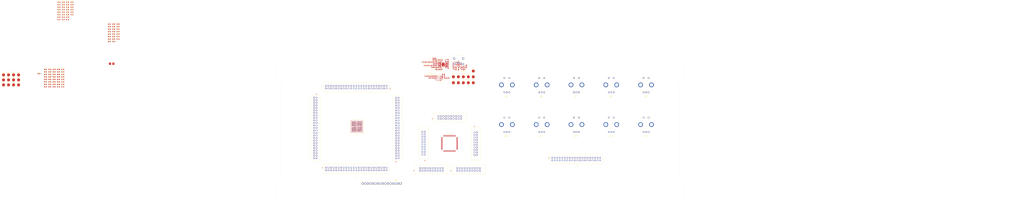
<source format=kicad_pcb>
(kicad_pcb (version 20241229) (generator "pcbnew") (generator_version "9.0")
  (layers (0 "F.Cu" signal "TOP") (4 "In1.Cu" signal "SIG_1") (6 "In2.Cu" power "PWR") (8 "In3.Cu" power "GND") (10 "In4.Cu" signal "SIG_2") (2 "B.Cu" signal "BOT") (13 "F.Paste" user) (15 "B.Paste" user) (5 "F.SilkS" user "F.Silkscreen") (7 "B.SilkS" user "B.Silkscreen") (1 "F.Mask" user) (3 "B.Mask" user) (25 "Edge.Cuts" user))
  (net 0 "")
  (net 1 "VCC_12V")
  (net 2 "Net-(U1-SW)")
  (net 5 "GND")
  (net 7 "Net-(J1-CC1)")
  (net 8 "Net-(U3-PH1)")
  (net 9 "VBUS")
  (net 11 "VCC_3V3")
  (net 12 "Net-(J1-CC2)")
  (net 13 "+5V")
  (net 15 "Net-(U1-FB)")
  (net 16 "+3V31")
  (net 17 "Net-(U2-BYP2)")
  (net 19 "Net-(U2-BYP1)")
  (net 23 "Net-(U2-PWRGD1)")
  (net 24 "Net-(U2-ADJ1)")
  (net 26 "+1V22")
  (net 27 "Net-(U2-PWRGD2)")
  (net 29 "VCC_1V2")
  (net 30 "Net-(U3-PH0)")
  (net 31 "VCCIO0")
  (net 32 "Net-(U4B-GNDPLL1)")
  (net 33 "Net-(U4B-VCCPLL1)")
  (net 34 "VCCIO1")
  (net 35 "VCCIO2")
  (net 36 "VCCIO3")
  (net 37 "Net-(U4D-VCCPLL0)")
  (net 38 "Net-(U4D-GNDPLL0)")
  (net 39 "+1V2")
  (net 40 "+3V3")
  (net 41 "VDD")
  (net 42 "Net-(U3-VCAP_1)")
  (net 43 "Net-(U3-NRST)")
  (net 44 "Net-(U3-VCAP_2)")
  (net 45 "VREF+")
  (net 46 "VDDA")
  (net 47 "Net-(D2-A)")
  (net 48 "Net-(D3-A)")
  (net 49 "Net-(D4-A)")
  (net 50 "Net-(D5-A)")
  (net 51 "Net-(D6-K)")
  (net 52 "+12V")
  (net 53 "Net-(FB4-Pad2)")
  (net 54 "/USB_PWR/STM_USB_OTG_FS_DP")
  (net 55 "/USB_PWR/STM_USB_OTG_FS_DN")
  (net 56 "/STM32F4/STM_A8")
  (net 58 "/STM32F4/STM_A15")
  (net 59 "/STM32F4/STM_A3")
  (net 60 "/STM32F4/STM_A9")
  (net 61 "/STM32F4/STM_A0")
  (net 63 "/STM32F4/STM_A4")
  (net 64 "/STM32F4/STM_A6")
  (net 65 "/STM32F4/STM_A2")
  (net 66 "/STM32F4/STM_A11")
  (net 68 "/STM32F4/STM_A7")
  (net 69 "/STM32F4/STM_A13")
  (net 70 "/STM32F4/STM_A12")
  (net 71 "/STM32F4/STM_A10")
  (net 72 "/STM32F4/STM_A14")
  (net 73 "/STM32F4/STM_A1")
  (net 75 "/STM32F4/STM_A5")
  (net 76 "/STM32F4/STM_B11")
  (net 77 "/STM32F4/STM_B0")
  (net 78 "/STM32F4/STM_B15")
  (net 79 "/STM32F4/STM_B7")
  (net 80 "/STM32F4/STM_B13")
  (net 81 "/STM32F4/STM_B1")
  (net 82 "/STM32F4/STM_B6")
  (net 84 "/STM32F4/STM_B3")
  (net 86 "/STM32F4/STM_B10")
  (net 87 "/STM32F4/STM_B9")
  (net 90 "/STM32F4/STM_B8")
  (net 91 "/STM32F4/STM_B5")
  (net 92 "/STM32F4/STM_B12")
  (net 93 "/STM32F4/STM_B4")
  (net 94 "/STM32F4/STM_B14")
  (net 95 "/STM32F4/STM_B2")
  (net 96 "/STM32F4/STM_C0")
  (net 97 "/STM32F4/STM_C14")
  (net 98 "/STM32F4/STM_C2")
  (net 100 "/STM32F4/STM_C5")
  (net 101 "/STM32F4/STM_C13")
  (net 102 "/STM32F4/STM_C9")
  (net 104 "/STM32F4/STM_C4")
  (net 105 "/STM32F4/STM_C12")
  (net 106 "/STM32F4/STM_C1")
  (net 107 "/STM32F4/STM_C15")
  (net 108 "/STM32F4/STM_C3")
  (net 109 "/STM32F4/STM_C11")
  (net 110 "/STM32F4/STM_C7")
  (net 111 "/STM32F4/STM_C6")
  (net 114 "/STM32F4/STM_C8")
  (net 115 "/STM32F4/STM_C10")
  (net 116 "/STM32F4/STM_E12")
  (net 117 "/STM32F4/STM_E5")
  (net 119 "/STM32F4/STM_E10")
  (net 121 "/STM32F4/STM_E2")
  (net 122 "/STM32F4/STM_E4")
  (net 123 "/STM32F4/STM_E13")
  (net 124 "/STM32F4/STM_E14")
  (net 125 "/STM32F4/STM_E7")
  (net 126 "/STM32F4/STM_E0")
  (net 127 "/STM32F4/STM_E15")
  (net 128 "/STM32F4/STM_E9")
  (net 129 "/STM32F4/STM_E3")
  (net 130 "/STM32F4/STM_E11")
  (net 131 "/STM32F4/STM_E1")
  (net 133 "/STM32F4/STM_E6")
  (net 134 "/STM32F4/STM_E8")
  (net 136 "Net-(U4B-IOT_186)")
  (net 137 "Net-(U4B-IOT_220)")
  (net 138 "Net-(U4B-IOT_211)")
  (net 139 "Net-(U4B-IOT_212)")
  (net 140 "Net-(U4B-IOT_179)")
  (net 141 "Net-(U4B-IOT_191)")
  (net 142 "Net-(U4B-IOT_222)")
  (net 143 "Net-(U4B-IOT_187)")
  (net 144 "Net-(U4B-IOT_190)")
  (net 145 "Net-(U4B-IOT_214)")
  (net 146 "Net-(U4B-IOT_192)")
  (net 147 "Net-(U4B-IOT_172)")
  (net 148 "Net-(U4B-IOT_226)")
  (net 149 "Net-(U4B-IOT_206)")
  (net 150 "Net-(U4B-IOT_183)")
  (net 151 "Net-(U4B-IOT_205)")
  (net 152 "Net-(U4B-IOT_215)")
  (net 153 "Net-(U4B-IOT_210)")
  (net 154 "Net-(U4B-IOT_200)")
  (net 155 "Net-(U4B-IOT_207)")
  (net 156 "Net-(U4B-IOT_178)")
  (net 157 "Net-(U4B-IOT_194)")
  (net 158 "Net-(U4B-IOT_193)")
  (net 159 "Net-(U4B-IOT_170)")
  (net 160 "Net-(U4B-IOT_223)")
  (net 161 "Net-(U4B-IOT_218)")
  (net 162 "Net-(U4B-IOT_168)")
  (net 163 "Net-(U4B-IOT_208)")
  (net 164 "Net-(U4B-IOT_176)")
  (net 165 "Net-(U4B-IOT_171)")
  (net 166 "Net-(U4B-IOT_213)")
  (net 167 "Net-(U4B-IOT_203)")
  (net 168 "Net-(U4B-IOT_180)")
  (net 169 "Net-(U4B-IOT_185)")
  (net 170 "Net-(U4B-IOT_184)")
  (net 171 "Net-(U4B-IOT_221)")
  (net 172 "Net-(U4B-IOT_199)")
  (net 173 "Net-(U4B-IOT_169)")
  (net 174 "Net-(U4B-IOT_181)")
  (net 175 "Net-(U4B-IOT_196)")
  (net 176 "Net-(U4B-IOT_173)")
  (net 177 "Net-(U4B-IOT_225)")
  (net 178 "Net-(U4B-IOT_219)")
  (net 179 "Net-(U4B-IOT_227)")
  (net 180 "Net-(U4B-IOT_174)")
  (net 181 "Net-(U4B-IOT_182)")
  (net 182 "Net-(U4B-IOT_224)")
  (net 183 "Net-(U4B-IOT_216)")
  (net 184 "Net-(U4B-IOT_209)")
  (net 185 "Net-(U4B-IOT_177)")
  (net 186 "/STM32F4/STM_D4")
  (net 187 "/STM32F4/STM_D11")
  (net 190 "/STM32F4/STM_D2")
  (net 191 "/STM32F4/STM_D10")
  (net 193 "/STM32F4/STM_D9")
  (net 194 "/STM32F4/STM_D5")
  (net 195 "/STM32F4/STM_D12")
  (net 196 "/STM32F4/STM_D15")
  (net 197 "/STM32F4/STM_D13")
  (net 199 "/STM32F4/STM_D1")
  (net 200 "/STM32F4/STM_D6")
  (net 201 "/STM32F4/STM_D7")
  (net 202 "/STM32F4/STM_D8")
  (net 203 "/STM32F4/STM_D0")
  (net 204 "/STM32F4/STM_D14")
  (net 205 "/STM32F4/STM_D3")
  (net 208 "/ICE40HX/ICE_JTAG_SDI")
  (net 209 "/ICE40HX/ICE_JTAG_TRST")
  (net 210 "/ICE40HX/ICE_JTAG_SS")
  (net 211 "/ICE40HX/ICE_JTAG_SDO")
  (net 212 "/ICE40HX/ICE_CRESET_B")
  (net 214 "/ICE40HX/ICE_JTAG_VCC")
  (net 216 "/ICE40HX/ICE_CDONE")
  (net 217 "/ICE40HX/ICE_JTAG_SCK")
  (net 221 "Net-(U4C-IOR_154)")
  (net 222 "Net-(U4C-IOR_123)")
  (net 223 "Net-(U4C-IOR_137)")
  (net 224 "Net-(U4C-IOR_147)")
  (net 225 "Net-(U4C-IOR_151)")
  (net 226 "Net-(U4C-IOR_128)")
  (net 227 "Net-(U4C-IOR_114)")
  (net 228 "Net-(U4C-IOR_157)")
  (net 229 "Net-(U4C-IOR_129)")
  (net 230 "Net-(U4C-IOR_152)")
  (net 231 "Net-(U4C-IOR_138)")
  (net 232 "Net-(U4C-IOR_117)")
  (net 233 "Net-(U4C-IOR_142)")
  (net 234 "Net-(U4C-IOR_150)")
  (net 235 "Net-(U4C-IOR_144)")
  (net 236 "Net-(U4C-IOR_160)")
  (net 237 "Net-(U4C-IOR_120)")
  (net 238 "Net-(U4C-IOR_148)")
  (net 239 "Net-(U4C-IOR_116)")
  (net 240 "Net-(U4C-IOR_146)")
  (net 241 "Net-(U4C-IOR_115)")
  (net 242 "Net-(U4C-IOR_118)")
  (net 243 "Net-(U4C-IOR_149)")
  (net 244 "Net-(U4C-IOR_162)")
  (net 245 "Net-(U4C-IOR_167)")
  (net 246 "Net-(U4C-IOR_156)")
  (net 247 "Net-(U4C-IOR_111)")
  (net 248 "Net-(U4C-IOR_113)")
  (net 249 "Net-(U4C-IOR_134)")
  (net 250 "Net-(U4C-IOR_166)")
  (net 251 "Net-(U4C-IOR_143)")
  (net 252 "Net-(U4C-IOR_109)")
  (net 253 "Net-(U4C-IOR_127)")
  (net 254 "Net-(U4C-IOR_133)")
  (net 255 "Net-(U4C-IOR_136)")
  (net 256 "Net-(U4C-IOR_145)")
  (net 257 "Net-(U4C-IOR_153)")
  (net 258 "Net-(U4C-IOR_121)")
  (net 259 "Net-(U4C-IOR_112)")
  (net 260 "Net-(U4C-IOR_126)")
  (net 261 "Net-(U4C-IOR_122)")
  (net 262 "Net-(U4C-IOR_158)")
  (net 263 "Net-(U4C-IOR_155)")
  (net 264 "Net-(U4C-IOR_110)")
  (net 265 "Net-(U4C-IOR_130)")
  (net 266 "Net-(U4C-IOR_139)")
  (net 267 "Net-(U4C-IOR_165)")
  (net 268 "Net-(U4C-IOR_119)")
  (net 269 "Net-(U4C-IOR_161)")
  (net 270 "Net-(U4C-IOR_131)")
  (net 271 "Net-(U4D-IOB_98)")
  (net 272 "Net-(U4D-IOB_83)")
  (net 273 "Net-(U4D-IOB_76)")
  (net 274 "Net-(U4D-IOB_89)")
  (net 275 "Net-(U4D-IOB_71)")
  (net 276 "Net-(U4D-IOB_88)")
  (net 277 "Net-(U4D-IOB_64)")
  (net 278 "Net-(U4D-IOB_66)")
  (net 279 "Net-(U4D-IOB_58)")
  (net 281 "Net-(U4D-IOB_75)")
  (net 282 "Net-(U4D-IOB_68)")
  (net 283 "Net-(U4D-IOB_53)")
  (net 284 "Net-(U4D-IOB_85)")
  (net 285 "Net-(U4D-IOB_54)")
  (net 286 "Net-(U4D-IOB_69)")
  (net 287 "Net-(U4D-IOB_60)")
  (net 289 "Net-(U4D-IOB_77)")
  (net 291 "Net-(U4D-IOB_56)")
  (net 292 "Net-(U4D-IOB_101)")
  (net 294 "Net-(U4D-IOB_55)")
  (net 295 "Net-(U4D-IOB_72)")
  (net 296 "Net-(U4D-IOB_80)")
  (net 297 "Net-(U4D-IOB_94)")
  (net 298 "Net-(U4D-IOB_87)")
  (net 299 "Net-(U4D-IOB_63)")
  (net 300 "Net-(U4D-IOB_78)")
  (net 302 "Net-(U4D-IOB_52)")
  (net 303 "Net-(U4D-IOB_92)")
  (net 304 "Net-(U4D-IOB_93)")
  (net 305 "Net-(U4D-IOB_73)")
  (net 307 "Net-(U4D-IOB_91)")
  (net 308 "Net-(U4D-IOB_84)")
  (net 309 "Net-(U4D-IOB_61)")
  (net 311 "Net-(U4D-IOB_100)")
  (net 312 "Net-(U4D-IOB_67)")
  (net 313 "Net-(U4D-IOB_57)")
  (net 314 "Net-(U4D-IOB_102)")
  (net 315 "Net-(U4D-IOB_59)")
  (net 316 "Net-(U4D-IOB_74)")
  (net 317 "Net-(U4D-IOB_99)")
  (net 318 "Net-(U4D-IOB_79)")
  (net 319 "Net-(U4D-IOB_86)")
  (net 321 "Net-(U4E-IOL_9A)")
  (net 322 "Net-(U4E-IOL_10A)")
  (net 323 "Net-(U4E-IOL_6A)")
  (net 324 "Net-(U4E-IOL_8A)")
  (net 325 "Net-(U4E-IOL_4A)")
  (net 326 "Net-(U4E-IOL_1B)")
  (net 327 "Net-(U4E-IOL_26A)")
  (net 328 "Net-(U4E-IOL_14B)")
  (net 329 "Net-(U4E-IOL_26B)")
  (net 330 "Net-(U4E-IOL_5A)")
  (net 331 "Net-(U4E-IOL_7B)")
  (net 332 "Net-(U4E-IOL_22A)")
  (net 333 "Net-(U4E-IOL_5B)")
  (net 334 "Net-(U4E-IOL_20A)")
  (net 335 "Net-(U4E-IOL_7A)")
  (net 336 "Net-(U4E-IOL_25B)")
  (net 337 "Net-(U4E-IOL_18A)")
  (net 338 "Net-(U4E-IOL_15B)")
  (net 339 "Net-(U4E-IOL_24A)")
  (net 340 "Net-(U4E-IOL_9B)")
  (net 341 "Net-(U4E-IOL_16A)")
  (net 342 "Net-(U4E-IOL_23A)")
  (net 343 "Net-(U4E-IOL_24B)")
  (net 344 "Net-(U4E-IOL_12B)")
  (net 345 "Net-(U4E-IOL_23B)")
  (net 346 "Net-(U4E-IOL_17B)")
  (net 347 "Net-(U4E-IOL_6B)")
  (net 348 "Net-(U4E-IOL_17A)")
  (net 349 "Net-(U4E-IOL_20B)")
  (net 350 "Net-(U4E-IOL_19A)")
  (net 351 "Net-(U4E-IOL_19B)")
  (net 352 "Net-(U4E-IOL_8B)")
  (net 353 "Net-(U4E-IOL_11A)")
  (net 354 "Net-(U4E-IOL_10B)")
  (net 355 "Net-(U4E-IOL_1A)")
  (net 356 "Net-(U4E-IOL_16B)")
  (net 357 "Net-(U4E-IOL_25A)")
  (net 358 "Net-(U4E-IOL_12A)")
  (net 359 "Net-(U4E-IOL_2B)")
  (net 360 "Net-(U4E-IOL_21B)")
  (net 361 "Net-(U4E-IOL_4B)")
  (net 362 "Net-(U4E-IOL_22B)")
  (net 363 "Net-(U4E-IOL_11B)")
  (net 364 "Net-(U4E-IOL_21A)")
  (net 365 "Net-(U4E-IOL_3A)")
  (net 366 "Net-(U4E-IOL_13A)")
  (net 367 "Net-(U4E-IOL_18B)")
  (net 368 "Net-(U4E-IOL_3B)")
  (net 369 "Net-(U4E-IOL_15A)")
  (net 370 "Net-(U4E-IOL_2A)")
  (net 371 "/ENCODER/ICE_RE3_B")
  (net 372 "/ENCODER/ICE_RE9_B")
  (net 373 "/ENCODER/ICE_RE3_C")
  (net 376 "/ENCODER/ICE_RE9_C")
  (net 377 "/ENCODER/ICE_RE5_A")
  (net 378 "/ENCODER/ICE_RE4_B")
  (net 379 "/ENCODER/ICE_RE3_A")
  (net 380 "/ENCODER/ICE_RE5_B")
  (net 381 "/ENCODER/ICE_RE8_C")
  (net 384 "/ENCODER/ICE_RE4_C")
  (net 385 "/ENCODER/ICE_RE2_C")
  (net 386 "/ENCODER/ICE_RE8_A")
  (net 387 "/ENCODER/ICE_RE2_B")
  (net 389 "/ENCODER/ICE_RE10_A")
  (net 390 "/ENCODER/ICE_RE2_A")
  (net 391 "/ENCODER/ICE_RE7_B")
  (net 392 "/ENCODER/ICE_RE10_B")
  (net 393 "/ENCODER/ICE_RE4_A")
  (net 395 "/ENCODER/ICE_RE1_B")
  (net 396 "/ENCODER/ICE_RE9_A")
  (net 398 "/ENCODER/ICE_RE7_A")
  (net 399 "/ENCODER/ICE_RE6_A")
  (net 400 "/ENCODER/ICE_RE1_A")
  (net 401 "/ENCODER/ICE_RE6_B")
  (net 402 "/ENCODER/ICE_RE8_B")
  (net 403 "/ENCODER/ICE_RE1_C")
  (net 406 "/ENCODER/ICE_RE6_C")
  (net 407 "/ENCODER/ICE_RE10_C")
  (net 409 "/ENCODER/ICE_RE5_C")
  (net 410 "/ENCODER/ICE_RE7_C")
  (net 411 "/STM32F4/STM_USB_OTG_FS_DN")
  (net 412 "/STM32F4/STM_USB_OTG_FS_DP")
  (net 413 "Net-(U3-BOOT0)")
  (footprint "Resistor_SMD:R_0603_1608Metric_Pad0.98x0.95mm_HandSolder" (layer "F.Cu") (at -118.7144 85.248)
    (property "Reference" "R42")
    (property "Value" "10k")
  )
  (footprint "Capacitor_SMD:C_0603_1608Metric_Pad1.08x0.95mm_HandSolder" (layer "F.Cu") (at -68.0144 102.308)
    (property "Reference" "C56")
    (property "Value" "100n")
  )
  (footprint "Resistor_SMD:R_0603_1608Metric_Pad0.98x0.95mm_HandSolder" (layer "F.Cu") (at -123.0644 85.248)
    (property "Reference" "R34")
    (property "Value" "10k")
  )
  (footprint "TestPoint:TestPoint_Pad_D3.0mm" (layer "F.Cu") (at 293.72 147.88)
    (property "Reference" "+1V2")
    (property "Value" "TestPoint" (hide yes))
  )
  (footprint "Custom:702462004" (layer "F.Cu") (at 240.14 242.54)
    (property "Reference" "J5")
    (property "Value" "702462004" (hide yes))
  )
  (footprint "Custom:901301150" (layer "F.Cu") (at 206.44 159.54 180)
    (property "Reference" "J6")
    (property "Value" "901301150" (hide yes))
  )
  (footprint "Capacitor_SMD:C_0603_1608Metric_Pad1.08x0.95mm_HandSolder" (layer "F.Cu") (at -123.5844 155.488)
    (property "Reference" "C46")
    (property "Value" "10n")
  )
  (footprint "Custom:702462004" (layer "F.Cu") (at 258.64 190.08)
    (property "Reference" "J2")
    (property "Value" "702462004" (hide yes))
  )
  (footprint "Capacitor_SMD:C_0603_1608Metric_Pad1.08x0.95mm_HandSolder" (layer "F.Cu") (at -68.0144 112.348)
    (property "Reference" "C60")
    (property "Value" "100n")
  )
  (footprint "Resistor_SMD:R_0603_1608Metric_Pad0.98x0.95mm_HandSolder" (layer "F.Cu") (at -119.2344 140.428)
    (property "Reference" "R19")
    (property "Value" "100")
  )
  (footprint "TestPoint:TestPoint_Pad_D3.0mm" (layer "F.Cu") (at -168.7244 156.038)
    (property "Reference" "TP20")
    (property "Value" "TestPoint")
  )
  (footprint "Resistor_SMD:R_0603_1608Metric_Pad0.98x0.95mm_HandSolder" (layer "F.Cu") (at -119.2344 142.938)
    (property "Reference" "R20")
    (property "Value" "10k")
  )
  (footprint "Resistor_SMD:R_0603_1608Metric_Pad0.98x0.95mm_HandSolder" (layer "F.Cu") (at -110.0144 85.248)
    (property "Reference" "R58")
    (property "Value" "10k")
  )
  (footprint "Resistor_SMD:R_0603_1608Metric_Pad0.98x0.95mm_HandSolder" (layer "F.Cu") (at 251.97 137.4275 -90)
    (property "Reference" "R14")
    (property "Value" "1" (hide yes))
  )
  (footprint "Inductor_SMD:L_0603_1608Metric_Pad1.05x0.95mm_HandSolder" (layer "F.Cu") (at 263.685 145.33 180)
    (property "Reference" "L1")
    (property "Value" "10u" (hide yes))
  )
  (footprint "TestPoint:TestPoint_Pad_D3.0mm" (layer "F.Cu") (at -163.6744 145.938)
    (property "Reference" "TP21")
    (property "Value" "TestPoint")
  )
  (footprint "Resistor_SMD:R_0603_1608Metric_Pad0.98x0.95mm_HandSolder" (layer "F.Cu") (at -123.0644 90.268)
    (property "Reference" "R36")
    (property "Value" "10k")
  )
  (footprint "Resistor_SMD:R_0603_1608Metric_Pad0.98x0.95mm_HandSolder" (layer "F.Cu") (at -110.0144 75.208)
    (property "Reference" "R54")
    (property "Value" "10k")
  )
  (footprint "TestPoint:TestPoint_Pad_D3.0mm" (layer "F.Cu") (at -173.7744 156.038)
    (property "Reference" "TP17")
    (property "Value" "TestPoint")
  )
  (footprint "Capacitor_SMD:C_0603_1608Metric_Pad1.08x0.95mm_HandSolder" (layer "F.Cu") (at -132.2844 155.488)
    (property "Reference" "C30")
    (property "Value" "100p")
  )
  (footprint "Inductor_SMD:L_0603_1608Metric_Pad1.05x0.95mm_HandSolder" (layer "F.Cu") (at 253.62 137.435 -90)
    (property "Reference" "FB4")
    (property "Value" "600R 500mA" (hide yes))
  )
  (footprint "TestPoint:TestPoint_Pad_D3.0mm" (layer "F.Cu") (at -168.7244 145.938)
    (property "Reference" "TP18")
    (property "Value" "TestPoint")
  )
  (footprint "Resistor_SMD:R_0603_1608Metric_Pad0.98x0.95mm_HandSolder" (layer "F.Cu") (at -119.2344 147.958)
    (property "Reference" "R22")
    (property "Value" "1")
  )
  (footprint "Capacitor_SMD:C_0603_1608Metric_Pad1.08x0.95mm_HandSolder" (layer "F.Cu") (at -127.9344 150.468)
    (property "Reference" "C36")
    (property "Value" "10u")
  )
  (footprint "LED_SMD:LED_0603_1608Metric" (layer "F.Cu") (at 244.2925 133.01)
    (property "Reference" "D4")
    (property "Value" "LED" (hide yes))
  )
  (footprint "Custom:901301150" (layer "F.Cu") (at 136.08 168.94 -90)
    (property "Reference" "J11")
    (property "Value" "901301150" (hide yes))
  )
  (footprint "Capacitor_SMD:C_0603_1608Metric_Pad1.08x0.95mm_HandSolder" (layer "F.Cu") (at -123.5844 142.938)
    (property "Reference" "C41")
    (property "Value" "100n")
  )
  (footprint "Resistor_SMD:R_0603_1608Metric_Pad0.98x0.95mm_HandSolder" (layer "F.Cu") (at -118.7144 90.268)
    (property "Reference" "R44")
    (property "Value" "10k")
  )
  (footprint "Capacitor_SMD:C_0603_1608Metric_Pad1.08x0.95mm_HandSolder" (layer "F.Cu") (at -72.3644 97.288)
    (property "Reference" "C15")
    (property "Value" "20p")
  )
  (footprint "Custom:TPS61040DBVR" (layer "F.Cu") (at 263.6 148.15)
    (property "Reference" "U1" (hide yes))
    (property "Value" "TPS61040DBVR" (hide yes))
  )
  (footprint "TestPoint:TestPoint_Pad_D3.0mm" (layer "F.Cu") (at 283.72 147.88)
    (property "Reference" "+1V22")
    (property "Value" "TestPoint" (hide yes))
  )
  (footprint "Custom:901301150" (layer "F.Cu") (at 216.04 230 90)
    (property "Reference" "J9")
    (property "Value" "901301150" (hide yes))
  )
  (footprint "Custom:CUS10S40H3F" (layer "F.Cu") (at 259.31 147.25)
    (property "Reference" "D1")
    (property "Value" "CUS10S40H3F" (hide yes))
  )
  (footprint "Custom:EC11E183440C" (layer "F.Cu") (at 325 203.5)
    (property "Reference" "U10")
    (property "Value" "EC11E183440C" (hide yes))
  )
  (footprint "Resistor_SMD:R_0603_1608Metric_Pad0.98x0.95mm_HandSolder" (layer "F.Cu") (at 285.21 139.2525 -90)
    (property "Reference" "R5")
    (property "Value" "1k" (hide yes))
  )
  (footprint "TestPoint:TestPoint_Pad_D3.0mm" (layer "F.Cu") (at -173.7744 145.938)
    (property "Reference" "TP15")
    (property "Value" "TestPoint")
  )
  (footprint "Capacitor_SMD:C_0603_1608Metric_Pad1.08x0.95mm_HandSolder" (layer "F.Cu") (at -68.0144 104.818)
    (property "Reference" "C57")
    (property "Value" "100n")
  )
  (footprint "Capacitor_SMD:C_0603_1608Metric_Pad1.08x0.95mm_HandSolder" (layer "F.Cu") (at -72.3644 109.838)
    (property "Reference" "C51")
    (property "Value" "100n")
  )
  (footprint "Capacitor_SMD:C_0603_1608Metric_Pad1.08x0.95mm_HandSolder" (layer "F.Cu") (at 254.34 148.1225 -90)
    (property "Reference" "C2")
    (property "Value" "30p" (hide yes))
  )
  (footprint "TestPoint:TestPoint_Pad_D3.0mm" (layer "F.Cu") (at 273.72 153.88)
    (property "Reference" "VCC_12V")
    (property "Value" "TestPoint" (hide yes))
  )
  (footprint "LED_SMD:LED_0603_1608Metric" (layer "F.Cu") (at 246.1225 136.51)
    (property "Reference" "D5")
    (property "Value" "LED" (hide yes))
  )
  (footprint "Capacitor_SMD:C_0603_1608Metric_Pad1.08x0.95mm_HandSolder" (layer "F.Cu") (at 256.89 133.9375 90)
    (property "Reference" "C10")
    (property "Value" "10u" (hide yes))
  )
  (footprint "Resistor_SMD:R_0603_1608Metric_Pad0.98x0.95mm_HandSolder" (layer "F.Cu") (at -114.3644 72.698)
    (property "Reference" "R45")
    (property "Value" "10k")
  )
  (footprint "Custom:EC11E183440C" (layer "F.Cu") (at 430 163.5)
    (property "Reference" "U8")
    (property "Value" "EC11E183440C" (hide yes))
  )
  (footprint "Capacitor_SMD:C_0603_1608Metric_Pad1.08x0.95mm_HandSolder" (layer "F.Cu") (at -123.5844 152.978)
    (property "Reference" "C45")
    (property "Value" "100n")
  )
  (footprint "Capacitor_SMD:C_0603_1608Metric_Pad1.08x0.95mm_HandSolder" (layer "F.Cu") (at -127.9344 157.998)
    (property "Reference" "C39")
    (property "Value" "100n")
  )
  (footprint "Capacitor_SMD:C_0603_1608Metric_Pad1.08x0.95mm_HandSolder" (layer "F.Cu") (at -68.0144 99.798)
    (property "Reference" "C55")
    (property "Value" "1u")
  )
  (footprint "Resistor_SMD:R_0603_1608Metric_Pad0.98x0.95mm_HandSolder" (layer "F.Cu") (at -119.2344 145.448)
    (property "Reference" "R21")
    (property "Value" "1")
  )
  (footprint "Capacitor_SMD:C_0603_1608Metric_Pad1.08x0.95mm_HandSolder" (layer "F.Cu") (at -123.5844 147.958)
    (property "Reference" "C43")
    (property "Value" "10u")
  )
  (footprint "LED_SMD:LED_0603_1608Metric" (layer "F.Cu") (at 246.8725 147.23)
    (property "Reference" "D3")
    (property "Value" "LED" (hide yes))
  )
  (footprint "Resistor_SMD:R_0603_1608Metric_Pad0.98x0.95mm_HandSolder" (layer "F.Cu") (at -110.0144 72.698)
    (property "Reference" "R53")
    (property "Value" "10k")
  )
  (footprint "Diode_SMD:D_0603_1608Metric_Pad1.05x0.95mm_HandSolder" (layer "F.Cu") (at -143.2794 144.708)
    (property "Reference" "D6")
    (property "Value" "CDSU4148")
  )
  (footprint "Resistor_SMD:R_0603_1608Metric_Pad0.98x0.95mm_HandSolder" (layer "F.Cu") (at -123.0644 80.228)
    (property "Reference" "R32")
    (property "Value" "10k")
  )
  (footprint "TestPoint:TestPoint_Pad_D3.0mm" (layer "F.Cu") (at -163.6744 156.038)
    (property "Reference" "TP23")
    (property "Value" "TestPoint")
  )
  (footprint "Capacitor_SMD:C_0603_1608Metric_Pad1.08x0.95mm_HandSolder" (layer "F.Cu") (at -68.0144 94.778)
    (property "Reference" "C53")
    (property "Value" "2p2")
  )
  (footprint "Capacitor_SMD:C_0603_1608Metric_Pad1.08x0.95mm_HandSolder" (layer "F.Cu") (at 256.05 148.1025 -90)
    (property "Reference" "C3")
    (property "Value" "10u" (hide yes))
  )
  (footprint "Resistor_SMD:R_0603_1608Metric_Pad0.98x0.95mm_HandSolder" (layer "F.Cu") (at 253.62 133.9525 -90)
    (property "Reference" "R11")
    (property "Value" "100m" (hide yes))
  )
  (footprint "LED_SMD:LED_0603_1608Metric" (layer "F.Cu") (at 286.89 137.5325 -90)
    (property "Reference" "D2")
    (property "Value" "LED" (hide yes))
  )
  (footprint "Custom:EC11E183440C" (layer "F.Cu") (at 465 203.5)
    (property "Reference" "U14")
    (property "Value" "EC11E183440C" (hide yes))
  )
  (footprint "Capacitor_SMD:C_0603_1608Metric_Pad1.08x0.95mm_HandSolder" (layer "F.Cu") (at -68.0144 107.328)
    (property "Reference" "C58")
    (property "Value" "100n")
  )
  (footprint "Capacitor_SMD:C_0603_1608Metric_Pad1.08x0.95mm_HandSolder" (layer "F.Cu") (at -136.6344 155.488)
    (property "Reference" "C22")
    (property "Value" "100p")
  )
  (footprint "TestPoint:TestPoint_Pad_D3.0mm" (layer "F.Cu") (at 288.72 147.88)
    (property "Reference" "VCC_1V2")
    (property "Value" "TestPoint" (hide yes))
  )
  (footprint "Resistor_SMD:R_0603_1608Metric_Pad0.98x0.95mm_HandSolder" (layer "F.Cu") (at 252.66 148.1225 -90)
    (property "Reference" "R3")
    (property "Value" "873k3" (hide yes))
  )
  (footprint "Inductor_SMD:L_0603_1608Metric_Pad1.05x0.95mm_HandSolder" (layer "F.Cu") (at 278.9 139.285 -90)
    (property "Reference" "FB2")
    (property "Value" "600R 500mA" (hide yes))
  )
  (footprint "Capacitor_SMD:C_0603_1608Metric_Pad1.08x0.95mm_HandSolder" (layer "F.Cu") (at -123.5844 150.468)
    (property "Reference" "C44")
    (property "Value" "1u")
  )
  (footprint "TestPoint:TestPoint_Pad_D3.0mm" (layer "F.Cu") (at -163.6744 150.988)
    (property "Reference" "TP22")
    (property "Value" "TestPoint")
  )
  (footprint "Resistor_SMD:R_0603_1608Metric_Pad0.98x0.95mm_HandSolder" (layer "F.Cu") (at -110.0144 82.738)
    (property "Reference" "R57")
    (property "Value" "10k")
  )
  (footprint "TestPoint:TestPoint_Pad_D3.0mm" (layer "F.Cu") (at 273.72 147.88)
    (property "Reference" "VBUS")
    (property "Value" "TestPoint" (hide yes))
  )
  (footprint "Capacitor_SMD:C_0603_1608Metric_Pad1.08x0.95mm_HandSolder" (layer "F.Cu") (at -136.6344 142.938)
    (property "Reference" "C17")
    (property "Value" "100p")
  )
  (footprint "Capacitor_SMD:C_0603_1608Metric_Pad1.08x0.95mm_HandSolder" (layer "F.Cu") (at -68.0144 109.838)
    (property "Reference" "C59")
    (property "Value" "100n")
  )
  (footprint "Resistor_SMD:R_0603_1608Metric_Pad0.98x0.95mm_HandSolder" (layer "F.Cu") (at -123.5844 157.998)
    (property "Reference" "R18")
    (property "Value" "1")
  )
  (footprint "Capacitor_SMD:C_0603_1608Metric_Pad1.08x0.95mm_HandSolder" (layer "F.Cu") (at -72.3644 99.798)
    (property "Reference" "C47")
    (property "Value" "100n")
  )
  (footprint "Custom:EC11E183440C" (layer "F.Cu") (at 395 163.5)
    (property "Reference" "U7")
    (property "Value" "EC11E183440C" (hide yes))
  )
  (footprint "Custom:EC11E183440C" (layer "F.Cu") (at 360 203.5)
    (property "Reference" "U11")
    (property "Value" "EC11E183440C" (hide yes))
  )
  (footprint "Resistor_SMD:R_0603_1608Metric_Pad0.98x0.95mm_HandSolder" (layer "F.Cu") (at -119.2344 152.978)
    (property "Reference" "R24")
    (property "Value" "100")
  )
  (footprint "Capacitor_SMD:C_0603_1608Metric_Pad1.08x0.95mm_HandSolder" (layer "F.Cu") (at -132.2844 147.958)
    (property "Reference" "C27")
    (property "Value" "100p")
  )
  (footprint "Resistor_SMD:R_0603_1608Metric_Pad0.98x0.95mm_HandSolder" (layer "F.Cu") (at -118.7144 77.718)
    (property "Reference" "R39")
    (property "Value" "10k")
  )
  (footprint "TestPoint:TestPoint_Pad_D3.0mm" (layer "F.Cu") (at -178.8244 150.988)
    (property "Reference" "TP13")
    (property "Value" "TestPoint")
  )
  (footprint "Custom:901301150" (layer "F.Cu") (at 145.54 239.5)
    (property "Reference" "J10")
    (property "Value" "901301150" (hide yes))
  )
  (footprint "Resistor_SMD:R_0603_1608Metric_Pad0.98x0.95mm_HandSolder" (layer "F.Cu") (at -118.7144 82.738)
    (property "Reference" "R41")
    (property "Value" "10k")
  )
  (footprint "TestPoint:TestPoint_Pad_D3.0mm" (layer "F.Cu") (at 293.73 142.02)
    (property "Reference" "GND")
    (property "Value" "TestPoint" (hide yes))
  )
  (footprint "Resistor_SMD:R_0603_1608Metric_Pad0.98x0.95mm_HandSolder" (layer "F.Cu") (at 260.55 150.2425 90)
    (property "Reference" "R4")
    (property "Value" "100k" (hide yes))
  )
  (footprint "Capacitor_SMD:C_0603_1608Metric_Pad1.08x0.95mm_HandSolder" (layer "F.Cu") (at -132.2844 142.938)
    (property "Reference" "C25")
    (property "Value" "100p")
  )
  (footprint "TestPoint:TestPoint_Pad_D3.0mm" (layer "F.Cu") (at 283.72 153.88)
    (property "Reference" "+3V31")
    (property "Value" "TestPoint" (hide yes))
  )
  (footprint "Resistor_SMD:R_0603_1608Metric_Pad0.98x0.95mm_HandSolder" (layer "F.Cu") (at -63.6644 107.328)
    (property "Reference" "R60")
    (property "Value" "47")
  )
  (footprint "Resistor_SMD:R_0603_1608Metric_Pad0.98x0.95mm_HandSolder" (layer "F.Cu") (at -118.7144 87.758)
    (property "Reference" "R43")
    (property "Value" "10k")
  )
  (footprint "Capacitor_SMD:C_0603_1608Metric_Pad1.08x0.95mm_HandSolder" (layer "F.Cu") (at -132.2844 150.468)
    (property "Reference" "C28")
    (property "Value" "100p")
  )
  (footprint "Capacitor_SMD:C_0603_1608Metric_Pad1.08x0.95mm_HandSolder" (layer "F.Cu") (at 258.54 133.9175 90)
    (property "Reference" "C8")
    (property "Value" "10n" (hide yes))
  )
  (footprint "Capacitor_SMD:C_0603_1608Metric_Pad1.08x0.95mm_HandSolder" (layer "F.Cu") (at 268.41 134.9875 -90)
    (property "Reference" "C7")
    (property "Value" "10u" (hide yes))
  )
  (footprint "Resistor_SMD:R_0603_1608Metric_Pad0.98x0.95mm_HandSolder" (layer "F.Cu") (at -118.7144 72.698)
    (property "Reference" "R37")
    (property "Value" "10k")
  )
  (footprint "Capacitor_SMD:C_0603_1608Metric_Pad1.08x0.95mm_HandSolder" (layer "F.Cu") (at -127.9344 142.938)
    (property "Reference" "C33")
    (property "Value" "100p")
  )
  (footprint "Resistor_SMD:R_0603_1608Metric_Pad0.98x0.95mm_HandSolder" (layer "F.Cu") (at -114.3644 90.268)
    (property "Reference" "R52")
    (property "Value" "10k")
  )
  (footprint "Resistor_SMD:R_0603_1608Metric_Pad0.98x0.95mm_HandSolder" (layer "F.Cu") (at -123.0644 87.758)
    (property "Reference" "R35")
    (property "Value" "10k")
  )
  (footprint "Capacitor_SMD:C_0603_1608Metric_Pad1.08x0.95mm_HandSolder" (layer "F.Cu") (at -127.9344 147.958)
    (property "Reference" "C35")
    (property "Value" "10u")
  )
  (footprint "Resistor_SMD:R_0603_1608Metric_Pad0.98x0.95mm_HandSolder" (layer "F.Cu") (at -123.0644 72.698)
    (property "Reference" "R29")
    (property "Value" "10k")
  )
  (footprint "Resistor_SMD:R_0603_1608Metric_Pad0.98x0.95mm_HandSolder" (layer "F.Cu") (at -63.6644 109.838)
    (property "Reference" "R61")
    (property "Value" "10k")
  )
  (footprint "Capacitor_SMD:C_0603_1608Metric_Pad1.08x0.95mm_HandSolder" (layer "F.Cu") (at 254.3175 130.885)
    (property "Reference" "C11")
    (property "Value" "22u" (hide yes))
  )
  (footprint "Capacitor_SMD:C_0603_1608Metric_Pad1.08x0.95mm_HandSolder" (layer "F.Cu") (at -63.6644 94.778)
    (property "Reference" "C61")
    (property "Value" "1u")
  )
  (footprint "Resistor_SMD:R_0603_1608Metric_Pad0.98x0.95mm_HandSolder" (layer "F.Cu") (at -118.7144 80.228)
    (property "Reference" "R40")
    (property "Value" "10k")
  )
  (footprint "Resistor_SMD:R_0603_1608Metric_Pad0.98x0.95mm_HandSolder" (layer "F.Cu") (at 257.7475 130.875)
    (property "Reference" "R9")
    (property "Value" "210k" (hide yes))
  )
  (footprint "Custom:EC11E183440C" (layer "F.Cu") (at 325 163.5)
    (property "Reference" "U5")
    (property "Value" "EC11E183440C" (hide yes))
  )
  (footprint "Custom:ICE40HX8KCT256" (layer "F.Cu") (at 176.580001 198.000001)
    (property "Reference" "U4")
    (property "Value" "ICE40HX8KCT256" (hide yes))
  )
  (footprint "Capacitor_SMD:C_0603_1608Metric_Pad1.08x0.95mm_HandSolder" (layer "F.Cu") (at -127.9344 145.448)
    (property "Reference" "C34")
    (property "Value" "100n")
  )
  (footprint "Capacitor_SMD:C_0603_1608Metric_Pad1.08x0.95mm_HandSolder" (layer "F.Cu") (at -72.3644 104.818)
    (property "Reference" "C49")
    (property "Value" "100n")
  )
  (footprint "TestPoint:TestPoint_Pad_D3.0mm" (layer "F.Cu") (at 278.72 153.88)
    (property "Reference" "+12V")
    (property "Value" "TestPoint" (hide yes))
  )
  (footprint "Capacitor_SMD:C_0603_1608Metric_Pad1.08x0.95mm_HandSolder" (layer "F.Cu") (at -127.9344 152.978)
    (property "Reference" "C37")
    (property "Value" "1u")
  )
  (footprint "TestPoint:TestPoint_Pad_D3.0mm" (layer "F.Cu") (at -173.7744 150.988)
    (property "Reference" "TP16")
    (property "Value" "TestPoint")
  )
  (footprint "Resistor_SMD:R_0603_1608Metric_Pad0.98x0.95mm_HandSolder" (layer "F.Cu") (at -123.0644 77.718)
    (property "Reference" "R31")
    (property "Value" "10k")
  )
  (footprint "Resistor_SMD:R_0603_1608Metric_Pad0.98x0.95mm_HandSolder" (layer "F.Cu") (at 249.4275 136.53)
    (property "Reference" "R17")
    (property "Value" "300" (hide yes))
  )
  (footprint "Resistor_SMD:R_0603_1608Metric_Pad0.98x0.95mm_HandSolder" (layer "F.Cu") (at -123.0644 75.208)
    (property "Reference" "R30")
    (property "Value" "10k")
  )
  (footprint "Resistor_SMD:R_0603_1608Metric_Pad0.98x0.95mm_HandSolder" (layer "F.Cu") (at 261.2575 130.865)
    (property "Reference" "R8")
    (property "Value" "357k" (hide yes))
  )
  (footprint "Resistor_SMD:R_0603_1608Metric_Pad0.98x0.95mm_HandSolder" (layer "F.Cu") (at -63.6644 104.818)
    (property "Reference" "R59")
    (property "Value" "10k")
  )
  (footprint "TestPoint:TestPoint_Pad_D3.0mm" (layer "F.Cu") (at -178.8244 156.038)
    (property "Reference" "TP14")
    (property "Value" "TestPoint")
  )
  (footprint "Custom:UJ31CHG2SMTTR" (layer "F.Cu") (at 279 129.5 180)
    (property "Reference" "J1" (hide yes))
    (property "Value" "UJ31CHG2SMTTR" (hide yes))
  )
  (footprint "Resistor_SMD:R_0603_1608Metric_Pad0.98x0.95mm_HandSolder" (layer "F.Cu") (at -110.0144 77.718)
    (property "Reference" "R55")
    (property "Value" "10k")
  )
  (footprint "Resistor_SMD:R_0603_1608Metric_Pad0.98x0.95mm_HandSolder" (layer "F.Cu") (at -63.6644 99.798)
    (property "Reference" "R27")
    (property "Value" "0")
  )
  (footprint "Resistor_SMD:R_0603_1608Metric_Pad0.98x0.95mm_HandSolder" (layer "F.Cu") (at 258.53 137.4175 -90)
    (property "Reference" "R12")
    (property "Value" "100" (hide yes))
  )
  (footprint "Resistor_SMD:R_0603_1608Metric_Pad0.98x0.95mm_HandSolder" (layer "F.Cu") (at -119.2344 155.488)
    (property "Reference" "R25")
    (property "Value" "10k")
  )
  (footprint "Capacitor_SMD:C_0603_1608Metric_Pad1.08x0.95mm_HandSolder" (layer "F.Cu") (at -127.9344 155.488)
    (property "Reference" "C38")
    (property "Value" "100n")
  )
  (footprint "Capacitor_SMD:C_0603_1608Metric_Pad1.08x0.95mm_HandSolder" (layer "F.Cu") (at -136.6344 145.448)
    (property "Reference" "C18")
    (property "Value" "100p")
  )
  (footprint "Capacitor_SMD:C_0603_1608Metric_Pad1.08x0.95mm_HandSolder" (layer "F.Cu") (at 254.3375 129.185)
    (property "Reference" "C12")
    (property "Value" "100n" (hide yes))
  )
  (footprint "Capacitor_SMD:C_0603_1608Metric_Pad1.08x0.95mm_HandSolder" (layer "F.Cu") (at -132.2844 157.998)
    (property "Reference" "C31")
    (property "Value" "100p")
  )
  (footprint "TestPoint:TestPoint_Pad_D3.0mm" (layer "F.Cu") (at 288.72 153.88)
    (property "Reference" "VCC_3V3")
    (property "Value" "TestPoint" (hide yes))
  )
  (footprint "Capacitor_SMD:C_0603_1608Metric_Pad1.08x0.95mm_HandSolder" (layer "F.Cu") (at -136.6344 140.428)
    (property "Reference" "C16")
    (property "Value" "100p")
  )
  (footprint "Custom:702462004" (layer "F.Cu") (at 244.96 226.2 90)
    (property "Reference" "J4")
    (property "Value" "702462004" (hide yes))
  )
  (footprint "Resistor_SMD:R_0603_1608Metric_Pad0.98x0.95mm_HandSolder" (layer "F.Cu") (at -63.6644 102.308)
    (property "Reference" "R28")
    (property "Value" "0")
  )
  (footprint "Capacitor_SMD:C_0603_1608Metric_Pad1.08x0.95mm_HandSolder" (layer "F.Cu") (at -132.2844 140.428)
    (property "Reference" "C24")
    (property "Value" "100p")
  )
  (footprint "Capacitor_SMD:C_0603_1608Metric_Pad1.08x0.95mm_HandSolder" (layer "F.Cu") (at -136.6344 150.468)
    (property "Reference" "C20")
    (property "Value" "100n")
  )
  (footprint "Resistor_SMD:R_0603_1608Metric_Pad0.98x0.95mm_HandSolder" (layer "F.Cu") (at -123.0644 82.738)
    (property "Reference" "R33")
    (property "Value" "10k")
  )
  (footprint "Capacitor_SMD:C_0603_1608Metric_Pad1.08x0.95mm_HandSolder" (layer "F.Cu") (at -72.3644 94.778)
    (property "Reference" "C4")
    (property "Value" "20p")
  )
  (footprint "Resistor_SMD:R_0603_1608Metric_Pad0.98x0.95mm_HandSolder" (layer "F.Cu") (at 249.31 148.1425 -90)
    (property "Reference" "R15")
    (property "Value" "2k4" (hide yes))
  )
  (footprint "Resistor_SMD:R_0603_1608Metric_Pad0.98x0.95mm_HandSolder" (layer "F.Cu") (at -114.3644 77.718)
    (property "Reference" "R47")
    (property "Value" "10k")
  )
  (footprint "TestPoint:TestPoint_Pad_D3.0mm" (layer "F.Cu") (at -178.8244 145.938)
    (property "Reference" "TP12")
    (property "Value" "TestPoint")
  )
  (footprint "Custom:EC11E183440C" (layer "F.Cu") (at 395 203.5)
    (property "Reference" "U12")
    (property "Value" "EC11E183440C" (hide yes))
  )
  (footprint "Capacitor_SMD:C_0603_1608Metric_Pad1.08x0.95mm_HandSolder" (layer "F.Cu") (at -127.9344 140.428)
    (property "Reference" "C32")
    (property "Value" "100p")
  )
  (footprint "Package_QFP:LQFP-100_14x14mm_P0.5mm" (layer "F.Cu") (at 269.785 215.04)
    (property "Reference" "U3")
    (property "Value" "STM32F407VGTx")
  )
  (footprint "Custom:901301240" (layer "F.Cu") (at 373.06 229.5)
    (property "Reference" "J12")
    (property "Value" "901301240" (hide yes))
  )
  (footprint "Inductor_SMD:L_0603_1608Metric_Pad1.05x0.95mm_HandSolder" (layer "F.Cu") (at 251.025 133.01 180)
    (property "Reference" "FB3")
    (property "Value" "600R 500mA" (hide yes))
  )
  (footprint "Resistor_SMD:R_0603_1608Metric_Pad0.98x0.95mm_HandSolder" (layer "F.Cu") (at 268.4 138.5075 90)
    (property "Reference" "R6")
    (property "Value" "1M" (hide yes))
  )
  (footprint "Capacitor_SMD:C_0603_1608Metric_Pad1.08x0.95mm_HandSolder" (layer "F.Cu") (at -123.5844 145.448)
    (property "Reference" "C42")
    (property "Value" "10n")
  )
  (footprint "Custom:EC11E183440C" (layer "F.Cu") (at 465 163.5)
    (property "Reference" "U9")
    (property "Value" "EC11E183440C" (hide yes))
  )
  (footprint "Resistor_SMD:R_0603_1608Metric_Pad0.98x0.95mm_HandSolder" (layer "F.Cu") (at -114.3644 85.248)
    (property "Reference" "R50")
    (property "Value" "10k")
  )
  (footprint "Custom:EC11E183440C" (layer "F.Cu") (at 360 163.5)
    (property "Reference" "U6")
    (property "Value" "EC11E183440C" (hide yes))
  )
  (footprint "Capacitor_SMD:C_0603_1608Metric_Pad1.08x0.95mm_HandSolder" (layer "F.Cu") (at -132.2844 152.978)
    (property "Reference" "C29")
    (property "Value" "100p")
  )
  (footprint "Inductor_SMD:L_0603_1608Metric_Pad1.05x0.95mm_HandSolder" (layer "F.Cu") (at 250.98 148.125 -90)
    (property "Reference" "FB1")
    (property "Value" "600R 500mA" (hide yes))
  )
  (footprint "Resistor_SMD:R_0603_1608Metric_Pad0.98x0.95mm_HandSolder" (layer "F.Cu") (at 275.3675 140.125)
    (property "Reference" "R1")
    (property "Value" "5k1" (hide yes))
  )
  (footprint "Capacitor_SMD:C_0603_1608Metric_Pad1.08x0.95mm_HandSolder" (layer "F.Cu") (at -136.6344 152.978)
    (property "Reference" "C21")
    (property "Value" "10u")
  )
  (footprint "Resistor_SMD:R_0603_1608Metric_Pad0.98x0.95mm_HandSolder" (layer "F.Cu") (at 255.26 133.9425 -90)
    (property "Reference" "R10")
    (property "Value" "100" (hide yes))
  )
  (footprint "Capacitor_SMD:C_0603_1608Metric_Pad1.08x0.95mm_HandSolder" (layer "F.Cu") (at 257.5875 140.52 180)
    (property "Reference" "C13")
    (property "Value" "4u7" (hide yes))
  )
  (footprint "Custom:STDCSU18M" (layer "F.Cu") (at -70.0135 134.645)
    (property "Reference" "X1")
    (property "Value" "STDCSU18M" (hide yes))
  )
  (footprint "Resistor_SMD:R_0603_1608Metric_Pad0.98x0.95mm_HandSolder" (layer "F.Cu") (at -114.3644 80.228)
    (property "Reference" "R48")
    (property "Value" "10k")
  )
  (footprint "Resistor_SMD:R_0603_1608Metric_Pad0.98x0.95mm_HandSolder" (layer "F.Cu") (at -114.3644 82.738)
    (property "Reference" "R49")
    (property "Value" "10k")
  )
  (footprint "Capacitor_SMD:C_0603_1608Metric_Pad1.08x0.95mm_HandSolder" (layer "F.Cu") (at -136.6344 157.998)
    (property "Reference" "C23")
    (property "Value" "100p")
  )
  (footprint "Capacitor_SMD:C_0603_1608Metric_Pad1.08x0.95mm_HandSolder" (layer "F.Cu") (at -123.5844 140.428)
    (property "Reference" "C40")
    (property "Value" "100n")
  )
  (footprint "Capacitor_SMD:C_0603_1608Metric_Pad1.08x0.95mm_HandSolder" (layer "F.Cu") (at 283.5 139.2225 90)
    (property "Reference" "C6")
    (property "Value" "2u2" (hide yes))
  )
  (footprint "Capacitor_SMD:C_0603_1608Metric_Pad1.08x0.95mm_HandSolder" (layer "F.Cu") (at -132.2844 145.448)
    (property "Reference" "C26")
    (property "Value" "100p")
  )
  (footprint "Resistor_SMD:R_0603_1608Metric_Pad0.98x0.95mm_HandSolder" (layer "F.Cu") (at -119.2344 150.468)
    (property "Reference" "R23")
    (property "Value" "1")
  )
  (footprint "Resistor_SMD:R_0603_1608Metric_Pad0.98x0.95mm_HandSolder" (layer "F.Cu") (at -118.7144 75.208)
    (property "Reference" "R38")
    (property "Value" "10k")
  )
  (footprint "Capacitor_SMD:C_0603_1608Metric_Pad1.08x0.95mm_HandSolder" (layer "F.Cu") (at -72.3644 102.308)
    (property "Reference" "C48")
    (property "Value" "100n")
  )
  (footprint "Custom:EC11E183440C" (layer "F.Cu") (at 430 203.5)
    (property "Reference" "U13")
    (property "Value" "EC11E183440C" (hide yes))
  )
  (footprint "TestPoint:TestPoint_Pad_D3.0mm" (layer "F.Cu") (at 278.72 147.88)
    (property "Reference" "+5V")
    (property "Value" "TestPoint" (hide yes))
  )
  (footprint "Capacitor_SMD:C_0603_1608Metric_Pad1.08x0.95mm_HandSolder" (layer "F.Cu") (at -68.0144 97.288)
    (property "Reference" "C54")
    (property "Value" "1u")
  )
  (footprint "Inductor_SMD:L_0603_1608Metric_Pad1.05x0.95mm_HandSolder" (layer "F.Cu") (at -63.6644 97.288)
    (property "Reference" "FB5")
    (property "Value" "600R 500mA")
  )
  (footprint "Capacitor_SMD:C_0603_1608Metric_Pad1.08x0.95mm_HandSolder" (layer "F.Cu") (at 255.24 137.4175 -90)
    (property "Reference" "C14")
    (property "Value" "22u" (hide yes))
  )
  (footprint "Custom:61301611121" (layer "F.Cu") (at 220.62 255.5 180)
    (property "Reference" "J8")
    (property "Value" "61301611121" (hide yes))
  )
  (footprint "Resistor_SMD:R_0603_1608Metric_Pad0.98x0.95mm_HandSolder" (layer "F.Cu") (at -119.2344 157.998)
    (property "Reference" "R26")
    (property "Value" "649")
  )
  (footprint "Resistor_SMD:R_0603_1608Metric_Pad0.98x0.95mm_HandSolder" (layer "F.Cu") (at 268.41 131.5125 -90)
    (property "Reference" "R7")
    (property "Value" "1M" (hide yes))
  )
  (footprint "Custom:702462004" (layer "F.Cu") (at 277.5 242.54)
    (property "Reference" "J7")
    (property "Value" "702462004" (hide yes))
  )
  (footprint "Capacitor_SMD:C_0603_1608Metric_Pad1.08x0.95mm_HandSolder" (layer "F.Cu") (at 267.5625 149.12)
    (property "Reference" "C1")
    (property "Value" "10u" (hide yes))
  )
  (footprint "TestPoint:TestPoint_Pad_D3.0mm" (layer "F.Cu") (at 293.72 153.88)
    (property "Reference" "+3V3")
    (property "Value" "TestPoint" (hide yes))
  )
  (footprint "TestPoint:TestPoint_Pad_D3.0mm" (layer "F.Cu") (at -168.7244 150.988)
    (property "Reference" "TP19")
    (property "Value" "TestPoint")
  )
  (footprint "Resistor_SMD:R_0603_1608Metric_Pad0.98x0.95mm_HandSolder" (layer "F.Cu") (at 281.75 139.2725 90)
    (property "Reference" "R2")
    (property "Value" "5k1" (hide yes))
  )
  (footprint "Capacitor_SMD:C_0603_1608Metric_Pad1.08x0.95mm_HandSolder" (layer "F.Cu") (at 261.0675 140.51)
    (property "Reference" "C9")
    (property "Value" "10n" (hide yes))
  )
  (footprint "Resistor_SMD:R_0603_1608Metric_Pad0.98x0.95mm_HandSolder" (layer "F.Cu") (at -114.3644 75.208)
    (property "Reference" "R46")
    (property "Value" "10k")
  )
  (footprint "Custom:LT8302ES8ETRPBF" (layer "F.Cu") (at 263.5 135.515)
    (property "Reference" "U2")
    (property "Value" "LT3030EFETRPBF" (hide yes))
  )
  (footprint "Custom:702462004" (layer "F.Cu") (at 294.92 203.88 -90)
    (property "Reference" "J3")
    (property "Value" "702462004" (hide yes))
  )
  (footprint "Resistor_SMD:R_0603_1608Metric_Pad0.98x0.95mm_HandSolder" (layer "F.Cu") (at -114.3644 87.758)
    (property "Reference" "R51")
    (property "Value" "10k")
  )
  (footprint "Capacitor_SMD:C_0603_1608Metric_Pad1.08x0.95mm_HandSolder" (layer "F.Cu") (at -72.3644 107.328)
    (property "Reference" "C50")
    (property "Value" "2p2")
  )
  (footprint "Resistor_SMD:R_0603_1608Metric_Pad0.98x0.95mm_HandSolder" (layer "F.Cu") (at 256.87 137.4225 -90)
    (property "Reference" "R13")
    (property "Value" "100m" (hide yes))
  )
  (footprint "Capacitor_SMD:C_0603_1608Metric_Pad1.08x0.95mm_HandSolder" (layer "F.Cu") (at 275.3925 138.375)
    (property "Reference" "C5")
    (property "Value" "2u2" (hide yes))
  )
  (footprint "Capacitor_SMD:C_0603_1608Metric_Pad1.08x0.95mm_HandSolder" (layer "F.Cu") (at -136.6344 147.958)
    (property "Reference" "C19")
    (property "Value" "100p")
  )
  (footprint "Capacitor_SMD:C_0603_1608Metric_Pad1.08x0.95mm_HandSolder" (layer "F.Cu") (at -72.3644 112.348)
    (property "Reference" "C52")
    (property "Value" "100n")
  )
  (footprint "Resistor_SMD:R_0603_1608Metric_Pad0.98x0.95mm_HandSolder" (layer "F.Cu") (at -110.0144 80.228)
    (property "Reference" "R56")
    (property "Value" "10k")
  )
  (footprint "Resistor_SMD:R_0603_1608Metric_Pad0.98x0.95mm_HandSolder" (layer "F.Cu") (at 247.5775 133.02)
    (property "Reference" "R16")
    (property "Value" "825" (hide yes))
  )
  (gr_arc (start 128.784271 276.5) (mid 100.5 276.5) (end 100.5 248.215729) (stroke (width 0.05)) (layer "Edge.Cuts"))
  (gr_arc (start 100.5 154.784271) (mid 100.5 126.5) (end 128.784271 126.5) (stroke (width 0.05)) (layer "Edge.Cuts"))
  (gr_line (start 472.215729 276.5) (end 128.784271 276.5) (stroke (width 0.05)) (layer "Edge.Cuts"))
  (gr_arc (start 472.215729 126.5) (mid 500.500001 126.5) (end 500.5 154.784271) (stroke (width 0.05)) (layer "Edge.Cuts"))
  (gr_arc (start 500.5 248.215729) (mid 500.5 276.500001) (end 472.215729 276.5) (stroke (width 0.05)) (layer "Edge.Cuts"))
  (gr_line (start 472.215729 126.5) (end 128.784271 126.5) (stroke (width 0.05)) (layer "Edge.Cuts"))
  (gr_line (start 500.5 248.215729) (end 500.5 154.784271) (stroke (width 0.05)) (layer "Edge.Cuts"))
  (gr_line (start 100.5 248.215729) (end 100.5 154.784271) (stroke (width 0.05)) (layer "Edge.Cuts"))
  (gr_text "U1" (at 262.73 151.36 0) (layer "F.SilkS") (effects (font (size 1 1) (thickness 0.125)) (justify left bottom)))
  (segment (start 252.62 147.25) (end 252.66 147.21) (width 0.3) (layer "F.Cu") (net 1))
  (segment (start 256.06 147.25) (end 256.05 147.24) (width 0.3) (layer "F.Cu") (net 1))
  (segment (start 254.29 147.21) (end 254.34 147.26) (width 0.3) (layer "F.Cu") (net 1))
  (segment (start 258.16 147.25) (end 256.06 147.25) (width 0.3) (layer "F.Cu") (net 1))
  (segment (start 250.98 147.25) (end 252.62 147.25) (width 0.3) (layer "F.Cu") (net 1))
  (segment (start 256.03 147.26) (end 256.05 147.24) (width 0.3) (layer "F.Cu") (net 1))
  (segment (start 254.34 147.26) (end 256.03 147.26) (width 0.3) (layer "F.Cu") (net 1))
  (segment (start 252.66 147.21) (end 254.29 147.21) (width 0.3) (layer "F.Cu") (net 1))
  (segment (start 262.4 147.199999) (end 262.4 146.65) (width 0.3) (layer "F.Cu") (net 2))
  (segment (start 262.4 147.199999) (end 260.510001 147.199999) (width 0.3) (layer "F.Cu") (net 2))
  (segment (start 262.81 146.24) (end 262.81 145.33) (width 0.3) (layer "F.Cu") (net 2))
  (segment (start 262.4 146.65) (end 262.81 146.24) (width 0.3) (layer "F.Cu") (net 2))
  (segment (start 260.510001 147.199999) (end 260.46 147.25) (width 0.3) (layer "F.Cu") (net 2))
  (segment (start 261.51988 135.18988) (end 260.600852 135.18988) (width 0.3) (layer "F.Cu") (net 5))
  (segment (start 176.180001 197.600001) (end 175.780001 197.200001) (width 0.2) (layer "F.Cu") (net 5))
  (segment (start 276.28 140.125) (end 276.28 138.4) (width 0.3) (layer "F.Cu") (net 5))
  (segment (start 255.26 133.03) (end 256.845 133.03) (width 0.3) (layer "F.Cu") (net 5))
  (segment (start 276.25 138.37) (end 276.255 138.375) (width 0.3) (layer "F.Cu") (net 5))
  (segment (start 281.75 138.36) (end 283.5 138.36) (width 0.3) (layer "F.Cu") (net 5))
  (segment (start 268.435 149.11) (end 268.425 149.12) (width 0.3) (layer "F.Cu") (net 5))
  (segment (start 176.980001 197.600001) (end 177.38 197.200001) (width 0.2) (layer "F.Cu") (net 5))
  (segment (start 265.53012 135.18988) (end 266.399148 135.18988) (width 0.3) (layer "F.Cu") (net 5))
  (segment (start 256.825 130.885) (end 256.835 130.875) (width 0.3) (layer "F.Cu") (net 5))
  (segment (start 255.205 129.19) (end 255.2 129.185) (width 0.3) (layer "F.Cu") (net 5))
  (segment (start 255.18 130.885) (end 255.18 129.205) (width 0.3) (layer "F.Cu") (net 5))
  (segment (start 256.89 130.93) (end 256.835 130.875) (width 0.3) (layer "F.Cu") (net 5))
  (segment (start 258.53 136.505) (end 258.535 136.505) (width 0.3) (layer "F.Cu") (net 5))
  (segment (start 246.085 147.23) (end 244.71 147.23) (width 0.3) (layer "F.Cu") (net 5))
  (segment (start 255.28 140.52) (end 256.725 140.52) (width 0.3) (layer "F.Cu") (net 5))
  (segment (start 255.26 133.03) (end 255.26 130.965) (width 0.3) (layer "F.Cu") (net 5))
  (segment (start 256.05 148.965) (end 260.185 148.965) (width 0.3) (layer "F.Cu") (net 5))
  (segment (start 286.89 135.39) (end 286.89 136.745) (width 0.3) (layer "F.Cu") (net 5))
  (segment (start 268.40012 135.84012) (end 268.41 135.85) (width 0.3) (layer "F.Cu") (net 5))
  (segment (start 261.66 135.53) (end 261.66 135.33) (width 0.3) (layer "F.Cu") (net 5))
  (segment (start 276.25 134.6) (end 276.25 135.45) (width 0.3) (layer "F.Cu") (net 5))
  (segment (start 265.34 135.68) (end 265.50012 135.84012) (width 0.3) (layer "F.Cu") (net 5))
  (segment (start 283.5 138.36) (end 283.5 137.44) (width 0.3) (layer "F.Cu") (net 5))
  (segment (start 276.28 140.125) (end 276.28 141.44) (width 0.3) (layer "F.Cu") (net 5))
  (segment (start 282.05 134.3) (end 281.75 134.6) (width 0.3) (layer "F.Cu") (net 5))
  (segment (start 270.05 149.11) (end 268.435 149.11) (width 0.3) (layer "F.Cu") (net 5))
  (segment (start 261.66 135.53) (end 261.66 135.69) (width 0.3) (layer "F.Cu") (net 5))
  (segment (start 276.25 135.45) (end 276.25 138.37) (width 0.3) (layer "F.Cu") (net 5))
  (segment (start 258.53 136.505) (end 259.19488 135.84012) (width 0.3) (layer "F.Cu") (net 5))
  (segment (start 256.89 133.075) (end 256.89 130.93) (width 0.3) (layer "F.Cu") (net 5))
  (segment (start 256.725 139.765) (end 255.24 138.28) (width 0.3) (layer "F.Cu") (net 5))
  (segment (start 255.18 130.885) (end 256.825 130.885) (width 0.3) (layer "F.Cu") (net 5))
  (segment (start 241.95 133.01) (end 241.92 133.04) (width 0.3) (layer "F.Cu") (net 5))
  (segment (start 243.505 133.01) (end 241.95 133.01) (width 0.3) (layer "F.Cu") (net 5))
  (segment (start 283.5 137.44) (end 284.195 136.745) (width 0.3) (layer "F.Cu") (net 5))
  (segment (start 260.185 148.965) (end 260.55 149.33) (width 0.3) (layer "F.Cu") (net 5))
  (segment (start 261.66 135.33) (end 261.51988 135.18988) (width 0.3) (layer "F.Cu") (net 5))
  (segment (start 265.34 135.53) (end 265.34 135.38) (width 0.3) (layer "F.Cu") (net 5))
  (segment (start 256.845 133.03) (end 256.89 133.075) (width 0.3) (layer "F.Cu") (net 5))
  (segment (start 261.66 135.69) (end 261.50988 135.84012) (width 0.3) (layer "F.Cu") (net 5))
  (segment (start 175.380001 197.600001) (end 174.980001 197.200001) (width 0.2) (layer "F.Cu") (net 5))
  (segment (start 175.380001 196.800001) (end 174.980001 196.400001) (width 0.2) (layer "F.Cu") (net 5))
  (segment (start 176.980001 196.800001) (end 177.38 196.400001) (width 0.2) (layer "F.Cu") (net 5))
  (segment (start 275.95 134.3) (end 276.25 134.6) (width 0.3) (layer "F.Cu") (net 5))
  (segment (start 176.180001 198.400001) (end 175.780001 198.8) (width 0.2) (layer "F.Cu") (net 5))
  (segment (start 175.380001 199.2) (end 174.980001 199.599999) (width 0.2) (layer "F.Cu") (net 5))
  (segment (start 267.74988 135.18988) (end 268.41 135.85) (width 0.3) (layer "F.Cu") (net 5))
  (segment (start 255.18 129.205) (end 255.2 129.185) (width 0.3) (layer "F.Cu") (net 5))
  (segment (start 281.75 135.45) (end 281.75 138.36) (width 0.3) (layer "F.Cu") (net 5))
  (segment (start 258.535 136.505) (end 259.85012 135.18988) (width 0.3) (layer "F.Cu") (net 5))
  (segment (start 263.56 148.17) (end 262.42 148.17) (width 0.3) (layer "F.Cu") (net 5))
  (segment (start 266.399148 135.18988) (end 267.74988 135.18988) (width 0.3) (layer "F.Cu") (net 5))
  (segment (start 255.26 130.965) (end 255.18 130.885) (width 0.3) (layer "F.Cu") (net 5))
  (segment (start 260.55 149.33) (end 261.73 148.15) (width 0.3) (layer "F.Cu") (net 5))
  (segment (start 284.195 136.745) (end 286.89 136.745) (width 0.3) (layer "F.Cu") (net 5))
  (segment (start 276.28 138.4) (end 276.255 138.375) (width 0.3) (layer "F.Cu") (net 5))
  (segment (start 176.980001 198.400001) (end 177.38 198.8) (width 0.2) (layer "F.Cu") (net 5))
  (segment (start 266.399148 135.84012) (end 268.40012 135.84012) (width 0.3) (layer "F.Cu") (net 5))
  (segment (start 265.34 135.38) (end 265.53012 135.18988) (width 0.3) (layer "F.Cu") (net 5))
  (segment (start 262.42 148.17) (end 262.4 148.15) (width 0.3) (layer "F.Cu") (net 5))
  (segment (start 259.19488 135.84012) (end 260.600852 135.84012) (width 0.3) (layer "F.Cu") (net 5))
  (segment (start 245.335 136.51) (end 243.78 136.51) (width 0.3) (layer "F.Cu") (net 5))
  (segment (start 256.63 129.19) (end 255.205 129.19) (width 0.3) (layer "F.Cu") (net 5))
  (segment (start 175.380001 198.400001) (end 174.980001 198.8) (width 0.2) (layer "F.Cu") (net 5))
  (segment (start 259.85012 135.18988) (end 260.600852 135.18988) (width 0.3) (layer "F.Cu") (net 5))
  (segment (start 176.180001 196.800001) (end 175.780001 196.400001) (width 0.2) (layer "F.Cu") (net 5))
  (segment (start 281.75 134.6) (end 281.75 135.45) (width 0.3) (layer "F.Cu") (net 5))
  (segment (start 256.725 140.52) (end 256.725 139.765) (width 0.3) (layer "F.Cu") (net 5))
  (segment (start 261.50988 135.84012) (end 260.600852 135.84012) (width 0.3) (layer "F.Cu") (net 5))
  (segment (start 265.34 135.53) (end 265.34 135.68) (width 0.3) (layer "F.Cu") (net 5))
  (segment (start 244.71 147.23) (end 244.7 147.24) (width 0.3) (layer "F.Cu") (net 5))
  (segment (start 276.28 141.44) (end 276.3 141.46) (width 0.3) (layer "F.Cu") (net 5))
  (segment (start 243.78 136.51) (end 243.75 136.54) (width 0.3) (layer "F.Cu") (net 5))
  (segment (start 261.73 148.15) (end 262.4 148.15) (width 0.3) (layer "F.Cu") (net 5))
  (segment (start 265.50012 135.84012) (end 266.399148 135.84012) (width 0.3) (layer "F.Cu") (net 5))
  (via (at 174.980001 197.200001) (size 0.4) (drill 0.15) (layers "F.Cu" "B.Cu") (net 5))
  (via (at 177.38 198.8) (size 0.4) (drill 0.15) (layers "F.Cu" "B.Cu") (net 5))
  (via micro (at 286.89 135.39) (size 0.6) (drill 0.3) (layers "F.Cu" "In3.Cu") (net 5))
  (via (at 175.780001 197.200001) (size 0.4) (drill 0.15) (layers "F.Cu" "B.Cu") (net 5))
  (via (at 175.780001 196.400001) (size 0.4) (drill 0.15) (layers "F.Cu" "B.Cu") (net 5))
  (via micro (at 265.34 135.53) (size 0.6) (drill 0.3) (layers "F.Cu" "In3.Cu") (net 5))
  (via (at 174.980001 199.599999) (size 0.4) (drill 0.15) (layers "F.Cu" "B.Cu") (net 5))
  (via micro (at 263.56 148.17) (size 0.6) (drill 0.3) (layers "F.Cu" "In3.Cu") (net 5))
  (via micro (at 270.05 149.11) (size 0.6) (drill 0.3) (layers "F.Cu" "In3.Cu") (net 5))
  (via micro (at 276.3 141.46) (size 0.6) (drill 0.3) (layers "F.Cu" "In3.Cu") (net 5))
  (via micro (at 243.75 136.54) (size 0.6) (drill 0.3) (layers "F.Cu" "In3.Cu") (net 5))
  (via (at 175.780001 198.8) (size 0.4) (drill 0.15) (layers "F.Cu" "B.Cu") (net 5))
  (via micro (at 256.63 129.19) (size 0.6) (drill 0.3) (layers "F.Cu" "In3.Cu") (net 5))
  (via micro (at 241.92 133.04) (size 0.6) (drill 0.3) (layers "F.Cu" "In3.Cu") (net 5))
  (via micro (at 261.66 135.53) (size 0.6) (drill 0.3) (layers "F.Cu" "In3.Cu") (net 5))
  (via (at 177.38 197.200001) (size 0.4) (drill 0.15) (layers "F.Cu" "B.Cu") (net 5))
  (via micro (at 244.7 147.24) (size 0.6) (drill 0.3) (layers "F.Cu" "In3.Cu") (net 5))
  (via micro (at 257.39 148.97) (size 0.6) (drill 0.3) (layers "F.Cu" "In3.Cu") (net 5))
  (via (at 177.38 196.400001) (size 0.4) (drill 0.15) (layers "F.Cu" "B.Cu") (net 5))
  (via (at 174.980001 196.400001) (size 0.4) (drill 0.15) (layers "F.Cu" "B.Cu") (net 5))
  (via micro (at 255.28 140.52) (size 0.6) (drill 0.3) (layers "F.Cu" "In3.Cu") (net 5))
  (via (at 174.980001 198.8) (size 0.4) (drill 0.15) (layers "F.Cu" "B.Cu") (net 5))
  (segment (start 280.4 138.835) (end 281.75 140.185) (width 0.3) (layer "F.Cu") (net 7))
  (segment (start 280.4 137.9) (end 280.4 138.835) (width 0.3) (layer "F.Cu") (net 7))
  (segment (start 279.75 135.45) (end 279.75 137.25) (width 0.3) (layer "F.Cu") (net 7))
  (segment (start 279.75 137.25) (end 280.4 137.9) (width 0.3) (layer "F.Cu") (net 7))
  (segment (start 273.84 136.69) (end 273.84 137.685) (width 0.3) (layer "F.Cu") (net 9))
  (segment (start 280.25 134.35) (end 280.25 135.45) (width 0.3) (layer "F.Cu") (net 9))
  (segment (start 280.2 134.3) (end 280.25 134.35) (width 0.3) (layer "F.Cu") (net 9))
  (segment (start 277.75 134.35) (end 277.75 135.45) (width 0.3) (layer "F.Cu") (net 9))
  (segment (start 273.84 137.685) (end 274.53 138.375) (width 0.3) (layer "F.Cu") (net 9))
  (segment (start 277.75 137.26) (end 278.9 138.41) (width 0.3) (layer "F.Cu") (net 9))
  (segment (start 277.75 135.45) (end 277.75 137.26) (width 0.3) (layer "F.Cu") (net 9))
  (segment (start 277.8 134.3) (end 277.75 134.35) (width 0.3) (layer "F.Cu") (net 9))
  (via micro (at 273.84 136.69) (size 0.6) (drill 0.3) (layers "F.Cu" "In2.Cu") (net 9))
  (segment (start 251.9 133.01) (end 253.59 133.01) (width 0.3) (layer "F.Cu") (net 11))
  (segment (start 253.475 130.865) (end 253.455 130.885) (width 0.3) (layer "F.Cu") (net 11))
  (segment (start 253.59 133.01) (end 253.62 133.04) (width 0.3) (layer "F.Cu") (net 11))
  (segment (start 253.455 130.885) (end 253.455 132.875) (width 0.3) (layer "F.Cu") (net 11))
  (segment (start 253.455 132.875) (end 253.62 133.04) (width 0.3) (layer "F.Cu") (net 11))
  (segment (start 253.475 129.185) (end 253.475 130.865) (width 0.3) (layer "F.Cu") (net 11))
  (segment (start 277.959619 132.9) (end 274.44 132.9) (width 0.3) (layer "F.Cu") (net 12))
  (segment (start 278.2 133.140381) (end 277.959619 132.9) (width 0.3) (layer "F.Cu") (net 12))
  (segment (start 278.2 133.6) (end 278.2 133.140381) (width 0.3) (layer "F.Cu") (net 12))
  (segment (start 272.93 138.6) (end 274.455 140.125) (width 0.3) (layer "F.Cu") (net 12))
  (segment (start 274.44 132.9) (end 272.93 134.41) (width 0.3) (layer "F.Cu") (net 12))
  (segment (start 272.93 134.41) (end 272.93 138.6) (width 0.3) (layer "F.Cu") (net 12))
  (segment (start 265.718739 137.1406) (end 265.41 137.449339) (width 0.3) (layer "F.Cu") (net 13))
  (segment (start 264.8 146.39) (end 264.8 147.199999) (width 0.3) (layer "F.Cu") (net 13))
  (segment (start 267.9456 137.1406) (end 268.4 137.595) (width 0.3) (layer "F.Cu") (net 13))
  (segment (start 267.29536 136.49036) (end 268.4 137.595) (width 0.3) (layer "F.Cu") (net 13))
  (segment (start 266.7 149.12) (end 264.820002 149.12) (width 0.3) (layer "F.Cu") (net 13))
  (segment (start 268.41 132.425) (end 268.41 134.125) (width 0.3) (layer "F.Cu") (net 13))
  (segment (start 265.41 137.449339) (end 265.41 138.132341) (width 0.3) (layer "F.Cu") (net 13))
  (segment (start 264.820002 149.12) (end 264.8 149.099998) (width 0.3) (layer "F.Cu") (net 13))
  (segment (start 264.56 145.33) (end 264.56 146.15) (width 0.3) (layer "F.Cu") (net 13))
  (segment (start 264.56 146.15) (end 264.8 146.39) (width 0.3) (layer "F.Cu") (net 13))
  (segment (start 268.1744 133.8894) (end 268.41 134.125) (width 0.3) (layer "F.Cu") (net 13))
  (segment (start 285.13 140.085) (end 285.21 140.165) (width 0.3) (layer "F.Cu") (net 13))
  (segment (start 266.399148 133.8894) (end 268.1744 133.8894) (width 0.3) (layer "F.Cu") (net 13))
  (segment (start 266.399148 137.1406) (end 265.718739 137.1406) (width 0.3) (layer "F.Cu") (net 13))
  (segment (start 266.399148 134.53964) (end 267.99536 134.53964) (width 0.3) (layer "F.Cu") (net 13))
  (segment (start 264.8 149.099998) (end 264.8 147.199999) (width 0.3) (layer "F.Cu") (net 13))
  (segment (start 268.24608 132.58892) (end 268.41 132.425) (width 0.3) (layer "F.Cu") (net 13))
  (segment (start 283.5 140.085) (end 283.5 141.57) (width 0.3) (layer "F.Cu") (net 13))
  (segment (start 266.399148 137.1406) (end 267.9456 137.1406) (width 0.3) (layer "F.Cu") (net 13))
  (segment (start 265.41 138.132341) (end 265.718739 138.44108) (width 0.3) (layer "F.Cu") (net 13))
  (segment (start 265.718739 138.44108) (end 266.399148 138.44108) (width 0.3) (layer "F.Cu") (net 13))
  (segment (start 278.9 140.16) (end 278.9 141.57) (width 0.3) (layer "F.Cu") (net 13))
  (segment (start 267.99536 134.53964) (end 268.41 134.125) (width 0.3) (layer "F.Cu") (net 13))
  (segment (start 266.399148 132.58892) (end 268.24608 132.58892) (width 0.3) (layer "F.Cu") (net 13))
  (segment (start 283.5 140.085) (end 285.13 140.085) (width 0.3) (layer "F.Cu") (net 13))
  (segment (start 266.399148 136.49036) (end 267.29536 136.49036) (width 0.3) (layer "F.Cu") (net 13))
  (via micro (at 278.9 141.57) (size 0.6) (drill 0.3) (layers "F.Cu" "In2.Cu") (net 13))
  (via micro (at 283.5 141.57) (size 0.6) (drill 0.3) (layers "F.Cu" "In2.Cu") (net 13))
  (segment (start 261.665 151.155) (end 262.4 150.42) (width 0.3) (layer "F.Cu") (net 15))
  (segment (start 260.55 151.155) (end 261.665 151.155) (width 0.3) (layer "F.Cu") (net 15))
  (segment (start 262.4 150.42) (end 262.4 149.099998) (width 0.3) (layer "F.Cu") (net 15))
  (segment (start 256.51 151.155) (end 254.34 148.985) (width 0.3) (layer "F.Cu") (net 15))
  (segment (start 260.55 151.155) (end 256.51 151.155) (width 0.3) (layer "F.Cu") (net 15))
  (segment (start 254.29 149.035) (end 254.34 148.985) (width 0.3) (layer "F.Cu") (net 15))
  (segment (start 252.66 149.035) (end 254.29 149.035) (width 0.3) (layer "F.Cu") (net 15))
  (segment (start 259.425 133.895) (end 260.595252 133.895) (width 0.3) (layer "F.Cu") (net 16))
  (segment (start 256.835 134.855) (end 256.89 134.8) (width 0.3) (layer "F.Cu") (net 16))
  (segment (start 255.26 134.855) (end 256.835 134.855) (width 0.3) (layer "F.Cu") (net 16))
  (segment (start 258.54 134.78) (end 256.92 134.78) (width 0.3) (layer "F.Cu") (net 16))
  (segment (start 256.92 134.78) (end 256.89 134.81) (width 0.3) (layer "F.Cu") (net 16))
  (segment (start 260.595252 133.895) (end 260.600852 133.8894) (width 0.3) (layer "F.Cu") (net 16))
  (segment (start 261.281261 133.8894) (end 260.600852 133.8894) (width 0.3) (layer "F.Cu") (net 16))
  (segment (start 258.54 134.78) (end 259.425 133.895) (width 0.3) (layer "F.Cu") (net 16))
  (segment (start 253.62 134.865) (end 255.25 134.865) (width 0.3) (layer "F.Cu") (net 16))
  (segment (start 258.78036 134.53964) (end 260.600852 134.53964) (width 0.3) (layer "F.Cu") (net 16))
  (segment (start 255.25 134.865) (end 255.26 134.855) (width 0.3) (layer "F.Cu") (net 16))
  (segment (start 258.54 134.78) (end 258.78036 134.53964) (width 0.3) (layer "F.Cu") (net 16))
  (segment (start 262.17 133.000661) (end 261.281261 133.8894) (width 0.3) (layer "F.Cu") (net 16))
  (segment (start 262.17 130.865) (end 262.17 133.000661) (width 0.3) (layer "F.Cu") (net 16))
  (segment (start 261.93 140.51) (end 261.93 138.168739) (width 0.3) (layer "F.Cu") (net 17))
  (segment (start 261.552101 137.79084) (end 260.600852 137.79084) (width 0.3) (layer "F.Cu") (net 17))
  (segment (start 261.93 138.168739) (end 261.552101 137.79084) (width 0.3) (layer "F.Cu") (net 17))
  (segment (start 258.54 133.055) (end 259.41 133.055) (width 0.3) (layer "F.Cu") (net 19))
  (segment (start 259.41 133.055) (end 259.59416 133.23916) (width 0.3) (layer "F.Cu") (net 19))
  (segment (start 259.59416 133.23916) (end 260.600852 133.23916) (width 0.3) (layer "F.Cu") (net 19))
  (segment (start 268.41 130.6) (end 265.895 130.6) (width 0.3) (layer "F.Cu") (net 23))
  (segment (start 265.45 131.045) (end 265.45 132.925) (width 0.3) (layer "F.Cu") (net 23))
  (segment (start 265.45 132.925) (end 265.76416 133.23916) (width 0.3) (layer "F.Cu") (net 23))
  (segment (start 265.76416 133.23916) (end 266.399148 133.23916) (width 0.3) (layer "F.Cu") (net 23))
  (segment (start 265.895 130.6) (end 265.45 131.045) (width 0.3) (layer "F.Cu") (net 23))
  (segment (start 260.345 130.865) (end 260.345 132.333068) (width 0.3) (layer "F.Cu") (net 24))
  (segment (start 260.345 132.333068) (end 260.600852 132.58892) (width 0.3) (layer "F.Cu") (net 24))
  (segment (start 258.66 130.875) (end 260.335 130.875) (width 0.3) (layer "F.Cu") (net 24))
  (segment (start 260.335 130.875) (end 260.345 130.865) (width 0.3) (layer "F.Cu") (net 24))
  (segment (start 260.600852 140.114148) (end 260.205 140.51) (width 0.3) (layer "F.Cu") (net 26))
  (segment (start 259.47 137.39) (end 259.7194 137.1406) (width 0.3) (layer "F.Cu") (net 26))
  (segment (start 258.53 138.33) (end 259.47 137.39) (width 0.3) (layer "F.Cu") (net 26))
  (segment (start 258.64108 138.44108) (end 258.53 138.33) (width 0.3) (layer "F.Cu") (net 26))
  (segment (start 259.83964 136.49036) (end 260.600852 136.49036) (width 0.3) (layer "F.Cu") (net 26))
  (segment (start 258.525 138.335) (end 258.53 138.33) (width 0.3) (layer "F.Cu") (net 26))
  (segment (start 259.47 136.86) (end 259.83964 136.49036) (width 0.3) (layer "F.Cu") (net 26))
  (segment (start 258.45 140.52) (end 260.195 140.52) (width 0.3) (layer "F.Cu") (net 26))
  (segment (start 256.87 138.335) (end 258.525 138.335) (width 0.3) (layer "F.Cu") (net 26))
  (segment (start 259.7194 137.1406) (end 260.600852 137.1406) (width 0.3) (layer "F.Cu") (net 26))
  (segment (start 259.855 140.575) (end 259.865 140.565) (width 0.3) (layer "F.Cu") (net 26))
  (segment (start 260.600852 138.44108) (end 258.64108 138.44108) (width 0.3) (layer "F.Cu") (net 26))
  (segment (start 260.600852 138.44108) (end 260.600852 140.114148) (width 0.3) (layer "F.Cu") (net 26))
  (segment (start 259.47 137.39) (end 259.47 136.86) (width 0.3) (layer "F.Cu") (net 26))
  (segment (start 267.350397 137.79084) (end 268.4 138.840443) (width 0.3) (layer "F.Cu") (net 27))
  (segment (start 268.4 138.840443) (end 268.4 139.42) (width 0.3) (layer "F.Cu") (net 27))
  (segment (start 266.399148 137.79084) (end 267.350397 137.79084) (width 0.3) (layer "F.Cu") (net 27))
  (segment (start 253.625 136.555) (end 253.62 136.56) (width 0.3) (layer "F.Cu") (net 29))
  (segment (start 255.24 136.555) (end 253.625 136.555) (width 0.3) (layer "F.Cu") (net 29))
  (segment (start 255.285 136.51) (end 255.24 136.555) (width 0.3) (layer "F.Cu") (net 29))
  (segment (start 256.87 136.51) (end 255.285 136.51) (width 0.3) (layer "F.Cu") (net 29))
  (segment (start 176.180001 196.000001) (end 175.780001 195.600001) (width 0.2) (layer "F.Cu") (net 31))
  (via (at 175.780001 195.600001) (size 0.4) (drill 0.15) (layers "F.Cu" "B.Cu") (net 31))
  (segment (start 175.380001 195.200001) (end 174.980001 194.800001) (width 0.2) (layer "F.Cu") (net 32))
  (via (at 174.980001 194.800001) (size 0.4) (drill 0.15) (layers "F.Cu" "B.Cu") (net 32))
  (segment (start 176.180001 195.200001) (end 175.780001 194.800001) (width 0.2) (layer "F.Cu") (net 33))
  (via (at 175.780001 194.800001) (size 0.4) (drill 0.15) (layers "F.Cu" "B.Cu") (net 33))
  (segment (start 177.78 197.600001) (end 178.179999 197.200001) (width 0.2) (layer "F.Cu") (net 34))
  (via (at 178.179999 197.200001) (size 0.4) (drill 0.15) (layers "F.Cu" "B.Cu") (net 34))
  (segment (start 176.180001 199.2) (end 175.780001 199.599999) (width 0.2) (layer "F.Cu") (net 35))
  (segment (start 172.180001 202.4) (end 171.780001 202.799999) (width 0.2) (layer "F.Cu") (net 35))
  (via (at 171.780001 202.799999) (size 0.4) (drill 0.15) (layers "F.Cu" "B.Cu") (net 35))
  (via (at 175.780001 199.599999) (size 0.4) (drill 0.15) (layers "F.Cu" "B.Cu") (net 35))
  (segment (start 174.580001 196.800001) (end 174.180001 196.400001) (width 0.2) (layer "F.Cu") (net 36))
  (segment (start 174.580001 198.400001) (end 174.180001 198.8) (width 0.2) (layer "F.Cu") (net 36))
  (via (at 174.180001 196.400001) (size 0.4) (drill 0.15) (layers "F.Cu" "B.Cu") (net 36))
  (via (at 174.180001 198.8) (size 0.4) (drill 0.15) (layers "F.Cu" "B.Cu") (net 36))
  (segment (start 176.180001 200) (end 175.780001 200.399999) (width 0.2) (layer "F.Cu") (net 37))
  (via (at 175.780001 200.399999) (size 0.4) (drill 0.15) (layers "F.Cu" "B.Cu") (net 37))
  (segment (start 176.180001 201.6) (end 175.780001 201.999999) (width 0.2) (layer "F.Cu") (net 38))
  (via (at 175.780001 201.999999) (size 0.4) (drill 0.15) (layers "F.Cu" "B.Cu") (net 38))
  (segment (start 174.580001 199.2) (end 174.180001 199.599999) (width 0.2) (layer "F.Cu") (net 39))
  (segment (start 174.580001 196.000001) (end 174.180001 195.600001) (width 0.2) (layer "F.Cu") (net 39))
  (segment (start 177.78 196.000001) (end 178.179999 195.600001) (width 0.2) (layer "F.Cu") (net 39))
  (segment (start 251.97 136.515) (end 250.355 136.515) (width 0.3) (layer "F.Cu") (net 39))
  (segment (start 177.78 199.2) (end 178.179999 199.599999) (width 0.2) (layer "F.Cu") (net 39))
  (segment (start 250.355 136.515) (end 250.34 136.53) (width 0.3) (layer "F.Cu") (net 39))
  (via (at 178.179999 199.599999) (size 0.4) (drill 0.15) (layers "F.Cu" "B.Cu") (net 39))
  (via (at 174.180001 195.600001) (size 0.4) (drill 0.15) (layers "F.Cu" "B.Cu") (net 39))
  (via (at 178.179999 195.600001) (size 0.4) (drill 0.15) (layers "F.Cu" "B.Cu") (net 39))
  (via (at 174.180001 199.599999) (size 0.4) (drill 0.15) (layers "F.Cu" "B.Cu") (net 39))
  (segment (start 248.5 133.01) (end 248.49 133.02) (width 0.3) (layer "F.Cu") (net 40))
  (segment (start 250.15 133.01) (end 248.5 133.01) (width 0.3) (layer "F.Cu") (net 40))
  (segment (start 285.23 138.32) (end 285.21 138.34) (width 0.3) (layer "F.Cu") (net 47))
  (segment (start 286.89 138.32) (end 285.23 138.32) (width 0.3) (layer "F.Cu") (net 47))
  (segment (start 247.66 147.23) (end 249.31 147.23) (width 0.3) (layer "F.Cu") (net 48))
  (segment (start 245.09 133.02) (end 245.08 133.01) (width 0.3) (layer "F.Cu") (net 49))
  (segment (start 246.665 133.02) (end 245.09 133.02) (width 0.3) (layer "F.Cu") (net 49))
  (segment (start 248.515 136.53) (end 246.93 136.53) (width 0.3) (layer "F.Cu") (net 50))
  (segment (start 246.93 136.53) (end 246.91 136.51) (width 0.3) (layer "F.Cu") (net 50))
  (segment (start 179.38 195.200001) (end 179.779999 194.800001) (width 0.2) (layer "F.Cu") (net 51))
  (via (at 179.779999 194.800001) (size 0.4) (drill 0.15) (layers "F.Cu" "B.Cu") (net 51))
  (segment (start 249.365 149) (end 249.31 149.055) (width 0.3) (layer "F.Cu") (net 52))
  (segment (start 250.98 149) (end 249.365 149) (width 0.3) (layer "F.Cu") (net 52))
  (segment (start 252 138.31) (end 251.97 138.34) (width 0.3) (layer "F.Cu") (net 53))
  (segment (start 253.62 138.31) (end 252 138.31) (width 0.3) (layer "F.Cu") (net 53))
  (segment (start 279.25 135.45) (end 279.25 136.48) (width 0.2) (layer "F.Cu") (net 54))
  (segment (start 278.75 134.15) (end 278.75 132.08) (width 0.2) (layer "F.Cu") (net 54))
  (segment (start 278.6 134.3) (end 278.75 134.15) (width 0.2) (layer "F.Cu") (net 54))
  (segment (start 279.25 136.48) (end 279.12 136.61) (width 0.2) (layer "F.Cu") (net 54))
  (segment (start 278.75 132.08) (end 278.64 131.97) (width 0.2) (layer "F.Cu") (net 54))
  (via micro (at 278.64 131.97) (size 0.6) (drill 0.3) (layers "F.Cu" "In1.Cu") (net 54))
  (via micro (at 279.12 136.61) (size 0.6) (drill 0.3) (layers "F.Cu" "In1.Cu") (net 54))
  (segment (start 279.4 134.3) (end 279.249 134.149) (width 0.2) (layer "F.Cu") (net 55))
  (segment (start 279.249 132.081) (end 279.36 131.97) (width 0.2) (layer "F.Cu") (net 55))
  (segment (start 279.249 134.149) (end 279.249 132.081) (width 0.2) (layer "F.Cu") (net 55))
  (segment (start 278.75 135.45) (end 278.75 135.87) (width 0.2) (layer "F.Cu") (net 55))
  (segment (start 278.4 136.22) (end 278.4 136.61) (width 0.2) (layer "F.Cu") (net 55))
  (segment (start 278.75 135.87) (end 278.4 136.22) (width 0.2) (layer "F.Cu") (net 55))
  (via micro (at 279.36 131.97) (size 0.6) (drill 0.3) (layers "F.Cu" "In1.Cu") (net 55))
  (via micro (at 278.4 136.61) (size 0.6) (drill 0.3) (layers "F.Cu" "In1.Cu") (net 55))
  (segment (start 174.580001 194.400001) (end 174.180001 194.000001) (width 0.2) (layer "F.Cu") (net 139))
  (via (at 174.180001 194.000001) (size 0.4) (drill 0.15) (layers "F.Cu" "B.Cu") (net 139))
  (segment (start 177.78 195.200001) (end 178.179999 194.800001) (width 0.2) (layer "F.Cu") (net 140))
  (via (at 178.179999 194.800001) (size 0.4) (drill 0.15) (layers "F.Cu" "B.Cu") (net 140))
  (segment (start 176.980001 193.600001) (end 177.38 193.200001) (width 0.2) (layer "F.Cu") (net 141))
  (via (at 177.38 193.200001) (size 0.4) (drill 0.15) (layers "F.Cu" "B.Cu") (net 141))
  (segment (start 172.980001 193.600001) (end 172.580001 193.200001) (width 0.2) (layer "F.Cu") (net 142))
  (via (at 172.580001 193.200001) (size 0.4) (drill 0.15) (layers "F.Cu" "B.Cu") (net 142))
  (segment (start 177.78 194.400001) (end 178.179999 194.000001) (width 0.2) (layer "F.Cu") (net 144))
  (via (at 178.179999 194.000001) (size 0.4) (drill 0.15) (layers "F.Cu" "B.Cu") (net 144))
  (segment (start 176.980001 195.200001) (end 177.38 194.800001) (width 0.2) (layer "F.Cu") (net 146))
  (via (at 177.38 194.800001) (size 0.4) (drill 0.15) (layers "F.Cu" "B.Cu") (net 146))
  (segment (start 179.38 193.600001) (end 179.779999 193.200001) (width 0.2) (layer "F.Cu") (net 147))
  (via (at 179.779999 193.200001) (size 0.4) (drill 0.15) (layers "F.Cu" "B.Cu") (net 147))
  (segment (start 172.180001 194.400001) (end 171.780001 194.000001) (width 0.2) (layer "F.Cu") (net 148))
  (via (at 171.780001 194.000001) (size 0.4) (drill 0.15) (layers "F.Cu" "B.Cu") (net 148))
  (segment (start 175.380001 193.600001) (end 174.980001 193.200001) (width 0.2) (layer "F.Cu") (net 149))
  (via (at 174.980001 193.200001) (size 0.4) (drill 0.15) (layers "F.Cu" "B.Cu") (net 149))
  (segment (start 174.580001 195.200001) (end 174.180001 194.800001) (width 0.2) (layer "F.Cu") (net 152))
  (via (at 174.180001 194.800001) (size 0.4) (drill 0.15) (layers "F.Cu" "B.Cu") (net 152))
  (segment (start 175.380001 194.400001) (end 174.980001 194.000001) (width 0.2) (layer "F.Cu") (net 153))
  (via (at 174.980001 194.000001) (size 0.4) (drill 0.15) (layers "F.Cu" "B.Cu") (net 153))
  (segment (start 176.180001 194.400001) (end 175.780001 194.000001) (width 0.2) (layer "F.Cu") (net 154))
  (via (at 175.780001 194.000001) (size 0.4) (drill 0.15) (layers "F.Cu" "B.Cu") (net 154))
  (segment (start 176.980001 194.400001) (end 177.38 194.000001) (width 0.2) (layer "F.Cu") (net 158))
  (via (at 177.38 194.000001) (size 0.4) (drill 0.15) (layers "F.Cu" "B.Cu") (net 158))
  (segment (start 180.18 194.400001) (end 180.579999 194.000001) (width 0.2) (layer "F.Cu") (net 159))
  (via (at 180.579999 194.000001) (size 0.4) (drill 0.15) (layers "F.Cu" "B.Cu") (net 159))
  (segment (start 180.98 193.600001) (end 181.379999 193.200001) (width 0.2) (layer "F.Cu") (net 162))
  (via (at 181.379999 193.200001) (size 0.4) (drill 0.15) (layers "F.Cu" "B.Cu") (net 162))
  (segment (start 178.58 193.600001) (end 178.979999 193.200001) (width 0.2) (layer "F.Cu") (net 168))
  (via (at 178.979999 193.200001) (size 0.4) (drill 0.15) (layers "F.Cu" "B.Cu") (net 168))
  (segment (start 177.78 193.600001) (end 178.179999 193.200001) (width 0.2) (layer "F.Cu") (net 169))
  (via (at 178.179999 193.200001) (size 0.4) (drill 0.15) (layers "F.Cu" "B.Cu") (net 169))
  (segment (start 173.780001 193.600001) (end 173.380001 193.200001) (width 0.2) (layer "F.Cu") (net 171))
  (via (at 173.380001 193.200001) (size 0.4) (drill 0.15) (layers "F.Cu" "B.Cu") (net 171))
  (segment (start 178.58 194.400001) (end 178.979999 194.000001) (width 0.2) (layer "F.Cu") (net 174))
  (via (at 178.979999 194.000001) (size 0.4) (drill 0.15) (layers "F.Cu" "B.Cu") (net 174))
  (segment (start 176.980001 196.000001) (end 177.38 195.600001) (width 0.2) (layer "F.Cu") (net 175))
  (via (at 177.38 195.600001) (size 0.4) (drill 0.15) (layers "F.Cu" "B.Cu") (net 175))
  (segment (start 178.58 195.200001) (end 178.979999 194.800001) (width 0.2) (layer "F.Cu") (net 176))
  (via (at 178.979999 194.800001) (size 0.4) (drill 0.15) (layers "F.Cu" "B.Cu") (net 176))
  (segment (start 173.780001 195.200001) (end 173.380001 194.800001) (width 0.2) (layer "F.Cu") (net 177))
  (via (at 173.380001 194.800001) (size 0.4) (drill 0.15) (layers "F.Cu" "B.Cu") (net 177))
  (segment (start 173.780001 194.400001) (end 173.380001 194.000001) (width 0.2) (layer "F.Cu") (net 178))
  (via (at 173.380001 194.000001) (size 0.4) (drill 0.15) (layers "F.Cu" "B.Cu") (net 178))
  (segment (start 172.180001 193.600001) (end 171.780001 193.200001) (width 0.2) (layer "F.Cu") (net 179))
  (via (at 171.780001 193.200001) (size 0.4) (drill 0.15) (layers "F.Cu" "B.Cu") (net 179))
  (segment (start 180.18 193.600001) (end 180.579999 193.200001) (width 0.2) (layer "F.Cu") (net 180))
  (via (at 180.579999 193.200001) (size 0.4) (drill 0.15) (layers "F.Cu" "B.Cu") (net 180))
  (segment (start 172.980001 194.400001) (end 172.580001 194.000001) (width 0.2) (layer "F.Cu") (net 182))
  (via (at 172.580001 194.000001) (size 0.4) (drill 0.15) (layers "F.Cu" "B.Cu") (net 182))
  (segment (start 174.580001 193.600001) (end 174.180001 193.200001) (width 0.2) (layer "F.Cu") (net 184))
  (via (at 174.180001 193.200001) (size 0.4) (drill 0.15) (layers "F.Cu" "B.Cu") (net 184))
  (segment (start 178.58 202.4) (end 178.979999 202.799999) (width 0.2) (layer "F.Cu") (net 208))
  (via (at 178.979999 202.799999) (size 0.4) (drill 0.15) (layers "F.Cu" "B.Cu") (net 208))
  (segment (start 180.98 201.6) (end 181.379999 201.999999) (width 0.2) (layer "F.Cu") (net 209))
  (via (at 181.379999 201.999999) (size 0.4) (drill 0.15) (layers "F.Cu" "B.Cu") (net 209))
  (segment (start 179.38 202.4) (end 179.779999 202.799999) (width 0.2) (layer "F.Cu") (net 211))
  (via (at 179.779999 202.799999) (size 0.4) (drill 0.15) (layers "F.Cu" "B.Cu") (net 211))
  (segment (start 178.58 201.6) (end 178.979999 201.999999) (width 0.2) (layer "F.Cu") (net 212))
  (via (at 178.979999 201.999999) (size 0.4) (drill 0.15) (layers "F.Cu" "B.Cu") (net 212))
  (segment (start 180.18 201.6) (end 180.579999 201.999999) (width 0.2) (layer "F.Cu") (net 214))
  (via (at 180.579999 201.999999) (size 0.4) (drill 0.15) (layers "F.Cu" "B.Cu") (net 214))
  (segment (start 177.78 200.8) (end 178.179999 201.199999) (width 0.2) (layer "F.Cu") (net 216))
  (via (at 178.179999 201.199999) (size 0.4) (drill 0.15) (layers "F.Cu" "B.Cu") (net 216))
  (segment (start 179.38 196.800001) (end 179.779999 196.400001) (width 0.2) (layer "F.Cu") (net 221))
  (via (at 179.779999 196.400001) (size 0.4) (drill 0.15) (layers "F.Cu" "B.Cu") (net 221))
  (segment (start 180.18 198.400001) (end 180.579999 198.8) (width 0.2) (layer "F.Cu") (net 223))
  (via (at 180.579999 198.8) (size 0.4) (drill 0.15) (layers "F.Cu" "B.Cu") (net 223))
  (segment (start 180.18 199.2) (end 180.579999 199.599999) (width 0.2) (layer "F.Cu") (net 226))
  (via (at 180.579999 199.599999) (size 0.4) (drill 0.15) (layers "F.Cu" "B.Cu") (net 226))
  (segment (start 180.18 200.8) (end 180.579999 201.199999) (width 0.2) (layer "F.Cu") (net 227))
  (via (at 180.579999 201.199999) (size 0.4) (drill 0.15) (layers "F.Cu" "B.Cu") (net 227))
  (segment (start 180.98 199.2) (end 181.379999 199.599999) (width 0.2) (layer "F.Cu") (net 229))
  (via (at 181.379999 199.599999) (size 0.4) (drill 0.15) (layers "F.Cu" "B.Cu") (net 229))
  (segment (start 180.18 196.800001) (end 180.579999 196.400001) (width 0.2) (layer "F.Cu") (net 230))
  (via (at 180.579999 196.400001) (size 0.4) (drill 0.15) (layers "F.Cu" "B.Cu") (net 230))
  (segment (start 180.98 197.600001) (end 181.379999 197.200001) (width 0.2) (layer "F.Cu") (net 233))
  (via (at 181.379999 197.200001) (size 0.4) (drill 0.15) (layers "F.Cu" "B.Cu") (net 233))
  (segment (start 180.98 196.800001) (end 181.379999 196.400001) (width 0.2) (layer "F.Cu") (net 234))
  (via (at 181.379999 196.400001) (size 0.4) (drill 0.15) (layers "F.Cu" "B.Cu") (net 234))
  (segment (start 179.38 197.600001) (end 179.779999 197.200001) (width 0.2) (layer "F.Cu") (net 235))
  (via (at 179.779999 197.200001) (size 0.4) (drill 0.15) (layers "F.Cu" "B.Cu") (net 235))
  (segment (start 180.98 195.200001) (end 181.379999 194.800001) (width 0.2) (layer "F.Cu") (net 236))
  (via (at 181.379999 194.800001) (size 0.4) (drill 0.15) (layers "F.Cu" "B.Cu") (net 236))
  (segment (start 179.38 199.2) (end 179.779999 199.599999) (width 0.2) (layer "F.Cu") (net 237))
  (via (at 179.779999 199.599999) (size 0.4) (drill 0.15) (layers "F.Cu" "B.Cu") (net 237))
  (segment (start 178.58 196.800001) (end 178.979999 196.400001) (width 0.2) (layer "F.Cu") (net 238))
  (via (at 178.979999 196.400001) (size 0.4) (drill 0.15) (layers "F.Cu" "B.Cu") (net 238))
  (segment (start 179.38 200) (end 179.779999 200.399999) (width 0.2) (layer "F.Cu") (net 239))
  (via (at 179.779999 200.399999) (size 0.4) (drill 0.15) (layers "F.Cu" "B.Cu") (net 239))
  (segment (start 177.78 196.800001) (end 178.179999 196.400001) (width 0.2) (layer "F.Cu") (net 240))
  (via (at 178.179999 196.400001) (size 0.4) (drill 0.15) (layers "F.Cu" "B.Cu") (net 240))
  (segment (start 180.98 200.8) (end 181.379999 201.199999) (width 0.2) (layer "F.Cu") (net 241))
  (via (at 181.379999 201.199999) (size 0.4) (drill 0.15) (layers "F.Cu" "B.Cu") (net 241))
  (segment (start 180.18 200) (end 180.579999 200.399999) (width 0.2) (layer "F.Cu") (net 242))
  (via (at 180.579999 200.399999) (size 0.4) (drill 0.15) (layers "F.Cu" "B.Cu") (net 242))
  (segment (start 180.18 196.000001) (end 180.579999 195.600001) (width 0.2) (layer "F.Cu") (net 244))
  (via (at 180.579999 195.600001) (size 0.4) (drill 0.15) (layers "F.Cu" "B.Cu") (net 244))
  (segment (start 180.98 194.400001) (end 181.379999 194.000001) (width 0.2) (layer "F.Cu") (net 245))
  (via (at 181.379999 194.000001) (size 0.4) (drill 0.15) (layers "F.Cu" "B.Cu") (net 245))
  (segment (start 179.38 196.000001) (end 179.779999 195.600001) (width 0.2) (layer "F.Cu") (net 246))
  (via (at 179.779999 195.600001) (size 0.4) (drill 0.15) (layers "F.Cu" "B.Cu") (net 246))
  (segment (start 180.98 202.4) (end 181.379999 202.799999) (width 0.2) (layer "F.Cu") (net 247))
  (via (at 181.379999 202.799999) (size 0.4) (drill 0.15) (layers "F.Cu" "B.Cu") (net 247))
  (segment (start 180.98 198.400001) (end 181.379999 198.8) (width 0.2) (layer "F.Cu") (net 249))
  (via (at 181.379999 198.8) (size 0.4) (drill 0.15) (layers "F.Cu" "B.Cu") (net 249))
  (segment (start 180.18 195.200001) (end 180.579999 194.800001) (width 0.2) (layer "F.Cu") (net 250))
  (via (at 180.579999 194.800001) (size 0.4) (drill 0.15) (layers "F.Cu" "B.Cu") (net 250))
  (segment (start 179.38 198.400001) (end 179.779999 198.8) (width 0.2) (layer "F.Cu") (net 255))
  (via (at 179.779999 198.8) (size 0.4) (drill 0.15) (layers "F.Cu" "B.Cu") (net 255))
  (segment (start 178.58 198.400001) (end 178.979999 198.8) (width 0.2) (layer "F.Cu") (net 260))
  (via (at 178.979999 198.8) (size 0.4) (drill 0.15) (layers "F.Cu" "B.Cu") (net 260))
  (segment (start 177.78 198.400001) (end 178.179999 198.8) (width 0.2) (layer "F.Cu") (net 261))
  (via (at 178.179999 198.8) (size 0.4) (drill 0.15) (layers "F.Cu" "B.Cu") (net 261))
  (segment (start 178.58 196.000001) (end 178.979999 195.600001) (width 0.2) (layer "F.Cu") (net 262))
  (via (at 178.979999 195.600001) (size 0.4) (drill 0.15) (layers "F.Cu" "B.Cu") (net 262))
  (segment (start 180.98 196.000001) (end 181.379999 195.600001) (width 0.2) (layer "F.Cu") (net 263))
  (via (at 181.379999 195.600001) (size 0.4) (drill 0.15) (layers "F.Cu" "B.Cu") (net 263))
  (segment (start 180.18 197.600001) (end 180.579999 197.200001) (width 0.2) (layer "F.Cu") (net 266))
  (via (at 180.579999 197.200001) (size 0.4) (drill 0.15) (layers "F.Cu" "B.Cu") (net 266))
  (segment (start 180.98 200) (end 181.379999 200.399999) (width 0.2) (layer "F.Cu") (net 268))
  (via (at 181.379999 200.399999) (size 0.4) (drill 0.15) (layers "F.Cu" "B.Cu") (net 268))
  (segment (start 179.38 201.6) (end 179.779999 201.999999) (width 0.2) (layer "F.Cu") (net 271))
  (via (at 179.779999 201.999999) (size 0.4) (drill 0.15) (layers "F.Cu" "B.Cu") (net 271))
  (segment (start 176.980001 202.4) (end 177.38 202.799999) (width 0.2) (layer "F.Cu") (net 272))
  (via (at 177.38 202.799999) (size 0.4) (drill 0.15) (layers "F.Cu" "B.Cu") (net 272))
  (segment (start 175.380001 200.8) (end 174.980001 201.199999) (width 0.2) (layer "F.Cu") (net 277))
  (via (at 174.980001 201.199999) (size 0.4) (drill 0.15) (layers "F.Cu" "B.Cu") (net 277))
  (segment (start 175.380001 201.6) (end 174.980001 201.999999) (width 0.2) (layer "F.Cu") (net 278))
  (via (at 174.980001 201.999999) (size 0.4) (drill 0.15) (layers "F.Cu" "B.Cu") (net 278))
  (segment (start 173.780001 202.4) (end 173.380001 202.799999) (width 0.2) (layer "F.Cu") (net 279))
  (via (at 173.380001 202.799999) (size 0.4) (drill 0.15) (layers "F.Cu" "B.Cu") (net 279))
  (segment (start 176.180001 200.8) (end 175.780001 201.199999) (width 0.2) (layer "F.Cu") (net 282))
  (via (at 175.780001 201.199999) (size 0.4) (drill 0.15) (layers "F.Cu" "B.Cu") (net 282))
  (segment (start 177.78 200) (end 178.179999 200.399999) (width 0.2) (layer "F.Cu") (net 284))
  (via (at 178.179999 200.399999) (size 0.4) (drill 0.15) (layers "F.Cu" "B.Cu") (net 284))
  (segment (start 172.980001 202.4) (end 172.580001 202.799999) (width 0.2) (layer "F.Cu") (net 285))
  (via (at 172.580001 202.799999) (size 0.4) (drill 0.15) (layers "F.Cu" "B.Cu") (net 285))
  (segment (start 175.380001 202.4) (end 174.980001 202.799999) (width 0.2) (layer "F.Cu") (net 289))
  (via (at 174.980001 202.799999) (size 0.4) (drill 0.15) (layers "F.Cu" "B.Cu") (net 289))
  (segment (start 173.780001 201.6) (end 173.380001 201.999999) (width 0.2) (layer "F.Cu") (net 291))
  (via (at 173.380001 201.999999) (size 0.4) (drill 0.15) (layers "F.Cu" "B.Cu") (net 291))
  (segment (start 179.38 200.8) (end 179.779999 201.199999) (width 0.2) (layer "F.Cu") (net 292))
  (via (at 179.779999 201.199999) (size 0.4) (drill 0.15) (layers "F.Cu" "B.Cu") (net 292))
  (segment (start 176.180001 202.4) (end 175.780001 202.799999) (width 0.2) (layer "F.Cu") (net 295))
  (via (at 175.780001 202.799999) (size 0.4) (drill 0.15) (layers "F.Cu" "B.Cu") (net 295))
  (segment (start 176.980001 200.8) (end 177.38 201.199999) (width 0.2) (layer "F.Cu") (net 296))
  (via (at 177.38 201.199999) (size 0.4) (drill 0.15) (layers "F.Cu" "B.Cu") (net 296))
  (segment (start 177.78 201.6) (end 178.179999 201.999999) (width 0.2) (layer "F.Cu") (net 298))
  (via (at 178.179999 201.999999) (size 0.4) (drill 0.15) (layers "F.Cu" "B.Cu") (net 298))
  (segment (start 176.980001 201.6) (end 177.38 201.999999) (width 0.2) (layer "F.Cu") (net 300))
  (via (at 177.38 201.999999) (size 0.4) (drill 0.15) (layers "F.Cu" "B.Cu") (net 300))
  (segment (start 174.580001 201.6) (end 174.180001 201.999999) (width 0.2) (layer "F.Cu") (net 302))
  (via (at 174.180001 201.999999) (size 0.4) (drill 0.15) (layers "F.Cu" "B.Cu") (net 302))
  (segment (start 178.58 200.8) (end 178.979999 201.199999) (width 0.2) (layer "F.Cu") (net 304))
  (via (at 178.979999 201.199999) (size 0.4) (drill 0.15) (layers "F.Cu" "B.Cu") (net 304))
  (segment (start 174.580001 202.4) (end 174.180001 202.799999) (width 0.2) (layer "F.Cu") (net 312))
  (via (at 174.180001 202.799999) (size 0.4) (drill 0.15) (layers "F.Cu" "B.Cu") (net 312))
  (segment (start 176.980001 200) (end 177.38 200.399999) (width 0.2) (layer "F.Cu") (net 316))
  (via (at 177.38 200.399999) (size 0.4) (drill 0.15) (layers "F.Cu" "B.Cu") (net 316))
  (segment (start 178.58 200) (end 178.979999 200.399999) (width 0.2) (layer "F.Cu") (net 317))
  (via (at 178.979999 200.399999) (size 0.4) (drill 0.15) (layers "F.Cu" "B.Cu") (net 317))
  (segment (start 177.78 202.4) (end 178.179999 202.799999) (width 0.2) (layer "F.Cu") (net 319))
  (via (at 178.179999 202.799999) (size 0.4) (drill 0.15) (layers "F.Cu" "B.Cu") (net 319))
  (segment (start 172.180001 197.600001) (end 171.780001 197.200001) (width 0.2) (layer "F.Cu") (net 321))
  (via (at 171.780001 197.200001) (size 0.4) (drill 0.15) (layers "F.Cu" "B.Cu") (net 321))
  (segment (start 174.580001 197.600001) (end 174.180001 197.200001) (width 0.2) (layer "F.Cu") (net 322))
  (via (at 174.180001 197.200001) (size 0.4) (drill 0.15) (layers "F.Cu" "B.Cu") (net 322))
  (segment (start 172.980001 196.800001) (end 172.580001 196.400001) (width 0.2) (layer "F.Cu") (net 323))
  (via (at 172.580001 196.400001) (size 0.4) (drill 0.15) (layers "F.Cu" "B.Cu") (net 323))
  (segment (start 172.180001 196.800001) (end 171.780001 196.400001) (width 0.2) (layer "F.Cu") (net 324))
  (via (at 171.780001 196.400001) (size 0.4) (drill 0.15) (layers "F.Cu" "B.Cu") (net 324))
  (segment (start 172.980001 196.000001) (end 172.580001 195.600001) (width 0.2) (layer "F.Cu") (net 325))
  (via (at 172.580001 195.600001) (size 0.4) (drill 0.15) (layers "F.Cu" "B.Cu") (net 325))
  (segment (start 172.980001 201.6) (end 172.580001 201.999999) (width 0.2) (layer "F.Cu") (net 329))
  (via (at 172.580001 201.999999) (size 0.4) (drill 0.15) (layers "F.Cu" "B.Cu") (net 329))
  (segment (start 173.780001 196.800001) (end 173.380001 196.400001) (width 0.2) (layer "F.Cu") (net 330))
  (via (at 173.380001 196.400001) (size 0.4) (drill 0.15) (layers "F.Cu" "B.Cu") (net 330))
  (segment (start 174.580001 200.8) (end 174.180001 201.199999) (width 0.2) (layer "F.Cu") (net 332))
  (via (at 174.180001 201.199999) (size 0.4) (drill 0.15) (layers "F.Cu" "B.Cu") (net 332))
  (segment (start 173.780001 199.2) (end 173.380001 199.599999) (width 0.2) (layer "F.Cu") (net 334))
  (via (at 173.380001 199.599999) (size 0.4) (drill 0.15) (layers "F.Cu" "B.Cu") (net 334))
  (segment (start 173.780001 197.600001) (end 173.380001 197.200001) (width 0.2) (layer "F.Cu") (net 335))
  (via (at 173.380001 197.200001) (size 0.4) (drill 0.15) (layers "F.Cu" "B.Cu") (net 335))
  (segment (start 173.780001 200.8) (end 173.380001 201.199999) (width 0.2) (layer "F.Cu") (net 336))
  (via (at 173.380001 201.199999) (size 0.4) (drill 0.15) (layers "F.Cu" "B.Cu") (net 336))
  (segment (start 172.980001 199.2) (end 172.580001 199.599999) (width 0.2) (layer "F.Cu") (net 337))
  (via (at 172.580001 199.599999) (size 0.4) (drill 0.15) (layers "F.Cu" "B.Cu") (net 337))
  (segment (start 173.780001 200) (end 173.380001 200.399999) (width 0.2) (layer "F.Cu") (net 342))
  (via (at 173.380001 200.399999) (size 0.4) (drill 0.15) (layers "F.Cu" "B.Cu") (net 342))
  (segment (start 172.980001 200.8) (end 172.580001 201.199999) (width 0.2) (layer "F.Cu") (net 343))
  (via (at 172.580001 201.199999) (size 0.4) (drill 0.15) (layers "F.Cu" "B.Cu") (net 343))
  (segment (start 172.180001 201.6) (end 171.780001 201.999999) (width 0.2) (layer "F.Cu") (net 345))
  (via (at 171.780001 201.999999) (size 0.4) (drill 0.15) (layers "F.Cu" "B.Cu") (net 345))
  (segment (start 172.180001 195.200001) (end 171.780001 194.800001) (width 0.2) (layer "F.Cu") (net 347))
  (via (at 171.780001 194.800001) (size 0.4) (drill 0.15) (layers "F.Cu" "B.Cu") (net 347))
  (segment (start 172.980001 200) (end 172.580001 200.399999) (width 0.2) (layer "F.Cu") (net 348))
  (via (at 172.580001 200.399999) (size 0.4) (drill 0.15) (layers "F.Cu" "B.Cu") (net 348))
  (segment (start 174.580001 200) (end 174.180001 200.399999) (width 0.2) (layer "F.Cu") (net 350))
  (via (at 174.180001 200.399999) (size 0.4) (drill 0.15) (layers "F.Cu" "B.Cu") (net 350))
  (segment (start 172.180001 200) (end 171.780001 200.399999) (width 0.2) (layer "F.Cu") (net 351))
  (via (at 171.780001 200.399999) (size 0.4) (drill 0.15) (layers "F.Cu" "B.Cu") (net 351))
  (segment (start 172.180001 196.000001) (end 171.780001 195.600001) (width 0.2) (layer "F.Cu") (net 352))
  (via (at 171.780001 195.600001) (size 0.4) (drill 0.15) (layers "F.Cu" "B.Cu") (net 352))
  (segment (start 172.980001 197.600001) (end 172.580001 197.200001) (width 0.2) (layer "F.Cu") (net 353))
  (via (at 172.580001 197.200001) (size 0.4) (drill 0.15) (layers "F.Cu" "B.Cu") (net 353))
  (segment (start 172.980001 195.200001) (end 172.580001 194.800001) (width 0.2) (layer "F.Cu") (net 355))
  (via (at 172.580001 194.800001) (size 0.4) (drill 0.15) (layers "F.Cu" "B.Cu") (net 355))
  (segment (start 172.180001 199.2) (end 171.780001 199.599999) (width 0.2) (layer "F.Cu") (net 356))
  (via (at 171.780001 199.599999) (size 0.4) (drill 0.15) (layers "F.Cu" "B.Cu") (net 356))
  (segment (start 172.980001 198.400001) (end 172.580001 198.8) (width 0.2) (layer "F.Cu") (net 358))
  (via (at 172.580001 198.8) (size 0.4) (drill 0.15) (layers "F.Cu" "B.Cu") (net 358))
  (segment (start 172.180001 200.8) (end 171.780001 201.199999) (width 0.2) (layer "F.Cu") (net 362))
  (via (at 171.780001 201.199999) (size 0.4) (drill 0.15) (layers "F.Cu" "B.Cu") (net 362))
  (segment (start 175.380001 200) (end 174.980001 200.399999) (width 0.2) (layer "F.Cu") (net 364))
  (via (at 174.980001 200.399999) (size 0.4) (drill 0.15) (layers "F.Cu" "B.Cu") (net 364))
  (segment (start 173.780001 198.400001) (end 173.380001 198.8) (width 0.2) (layer "F.Cu") (net 366))
  (via (at 173.380001 198.8) (size 0.4) (drill 0.15) (layers "F.Cu" "B.Cu") (net 366))
  (segment (start 173.780001 196.000001) (end 173.380001 195.600001) (width 0.2) (layer "F.Cu") (net 370))
  (via (at 173.380001 195.600001) (size 0.4) (drill 0.15) (layers "F.Cu" "B.Cu") (net 370))
)
</source>
